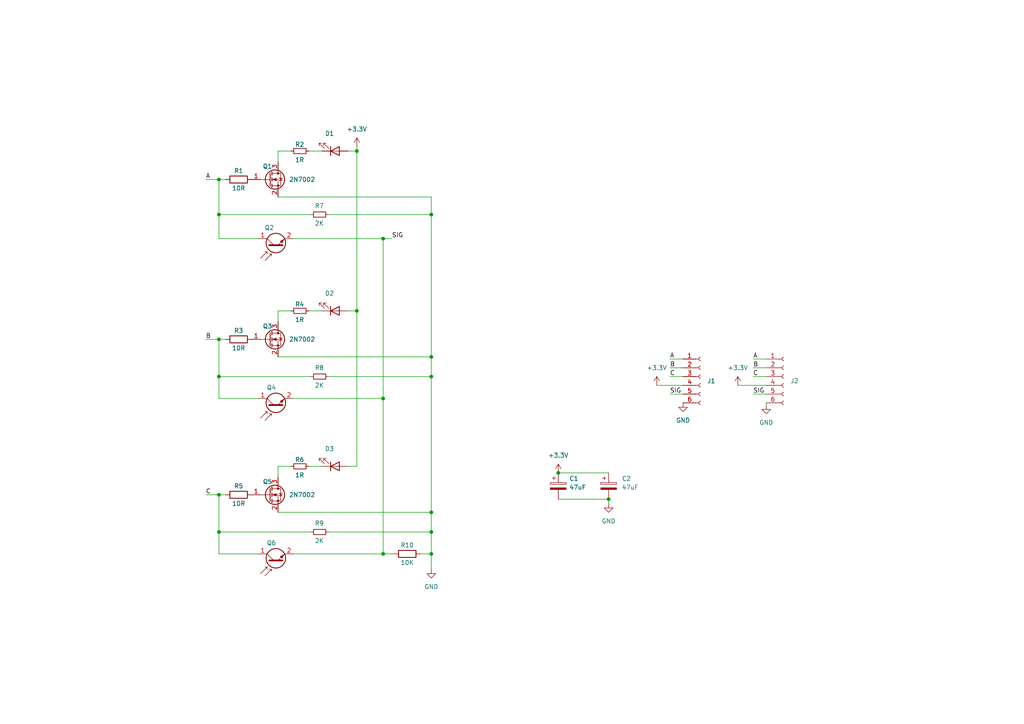
<source format=kicad_sch>
(kicad_sch
	(version 20231120)
	(generator "eeschema")
	(generator_version "8.0")
	(uuid "6b5000b6-4a8d-496a-b864-a8c83d6965fc")
	(paper "A4")
	(lib_symbols
		(symbol "Connector:Conn_01x06_Socket"
			(pin_names
				(offset 1.016) hide)
			(exclude_from_sim no)
			(in_bom yes)
			(on_board yes)
			(property "Reference" "J"
				(at 0 7.62 0)
				(effects
					(font
						(size 1.27 1.27)
					)
				)
			)
			(property "Value" "Conn_01x06_Socket"
				(at 0 -10.16 0)
				(effects
					(font
						(size 1.27 1.27)
					)
				)
			)
			(property "Footprint" ""
				(at 0 0 0)
				(effects
					(font
						(size 1.27 1.27)
					)
					(hide yes)
				)
			)
			(property "Datasheet" "~"
				(at 0 0 0)
				(effects
					(font
						(size 1.27 1.27)
					)
					(hide yes)
				)
			)
			(property "Description" "Generic connector, single row, 01x06, script generated"
				(at 0 0 0)
				(effects
					(font
						(size 1.27 1.27)
					)
					(hide yes)
				)
			)
			(property "ki_locked" ""
				(at 0 0 0)
				(effects
					(font
						(size 1.27 1.27)
					)
				)
			)
			(property "ki_keywords" "connector"
				(at 0 0 0)
				(effects
					(font
						(size 1.27 1.27)
					)
					(hide yes)
				)
			)
			(property "ki_fp_filters" "Connector*:*_1x??_*"
				(at 0 0 0)
				(effects
					(font
						(size 1.27 1.27)
					)
					(hide yes)
				)
			)
			(symbol "Conn_01x06_Socket_1_1"
				(arc
					(start 0 -7.112)
					(mid -0.5058 -7.62)
					(end 0 -8.128)
					(stroke
						(width 0.1524)
						(type default)
					)
					(fill
						(type none)
					)
				)
				(arc
					(start 0 -4.572)
					(mid -0.5058 -5.08)
					(end 0 -5.588)
					(stroke
						(width 0.1524)
						(type default)
					)
					(fill
						(type none)
					)
				)
				(arc
					(start 0 -2.032)
					(mid -0.5058 -2.54)
					(end 0 -3.048)
					(stroke
						(width 0.1524)
						(type default)
					)
					(fill
						(type none)
					)
				)
				(polyline
					(pts
						(xy -1.27 -7.62) (xy -0.508 -7.62)
					)
					(stroke
						(width 0.1524)
						(type default)
					)
					(fill
						(type none)
					)
				)
				(polyline
					(pts
						(xy -1.27 -5.08) (xy -0.508 -5.08)
					)
					(stroke
						(width 0.1524)
						(type default)
					)
					(fill
						(type none)
					)
				)
				(polyline
					(pts
						(xy -1.27 -2.54) (xy -0.508 -2.54)
					)
					(stroke
						(width 0.1524)
						(type default)
					)
					(fill
						(type none)
					)
				)
				(polyline
					(pts
						(xy -1.27 0) (xy -0.508 0)
					)
					(stroke
						(width 0.1524)
						(type default)
					)
					(fill
						(type none)
					)
				)
				(polyline
					(pts
						(xy -1.27 2.54) (xy -0.508 2.54)
					)
					(stroke
						(width 0.1524)
						(type default)
					)
					(fill
						(type none)
					)
				)
				(polyline
					(pts
						(xy -1.27 5.08) (xy -0.508 5.08)
					)
					(stroke
						(width 0.1524)
						(type default)
					)
					(fill
						(type none)
					)
				)
				(arc
					(start 0 0.508)
					(mid -0.5058 0)
					(end 0 -0.508)
					(stroke
						(width 0.1524)
						(type default)
					)
					(fill
						(type none)
					)
				)
				(arc
					(start 0 3.048)
					(mid -0.5058 2.54)
					(end 0 2.032)
					(stroke
						(width 0.1524)
						(type default)
					)
					(fill
						(type none)
					)
				)
				(arc
					(start 0 5.588)
					(mid -0.5058 5.08)
					(end 0 4.572)
					(stroke
						(width 0.1524)
						(type default)
					)
					(fill
						(type none)
					)
				)
				(pin passive line
					(at -5.08 5.08 0)
					(length 3.81)
					(name "Pin_1"
						(effects
							(font
								(size 1.27 1.27)
							)
						)
					)
					(number "1"
						(effects
							(font
								(size 1.27 1.27)
							)
						)
					)
				)
				(pin passive line
					(at -5.08 2.54 0)
					(length 3.81)
					(name "Pin_2"
						(effects
							(font
								(size 1.27 1.27)
							)
						)
					)
					(number "2"
						(effects
							(font
								(size 1.27 1.27)
							)
						)
					)
				)
				(pin passive line
					(at -5.08 0 0)
					(length 3.81)
					(name "Pin_3"
						(effects
							(font
								(size 1.27 1.27)
							)
						)
					)
					(number "3"
						(effects
							(font
								(size 1.27 1.27)
							)
						)
					)
				)
				(pin passive line
					(at -5.08 -2.54 0)
					(length 3.81)
					(name "Pin_4"
						(effects
							(font
								(size 1.27 1.27)
							)
						)
					)
					(number "4"
						(effects
							(font
								(size 1.27 1.27)
							)
						)
					)
				)
				(pin passive line
					(at -5.08 -5.08 0)
					(length 3.81)
					(name "Pin_5"
						(effects
							(font
								(size 1.27 1.27)
							)
						)
					)
					(number "5"
						(effects
							(font
								(size 1.27 1.27)
							)
						)
					)
				)
				(pin passive line
					(at -5.08 -7.62 0)
					(length 3.81)
					(name "Pin_6"
						(effects
							(font
								(size 1.27 1.27)
							)
						)
					)
					(number "6"
						(effects
							(font
								(size 1.27 1.27)
							)
						)
					)
				)
			)
		)
		(symbol "Device:C_Polarized"
			(pin_numbers hide)
			(pin_names
				(offset 0.254)
			)
			(exclude_from_sim no)
			(in_bom yes)
			(on_board yes)
			(property "Reference" "C"
				(at 0.635 2.54 0)
				(effects
					(font
						(size 1.27 1.27)
					)
					(justify left)
				)
			)
			(property "Value" "C_Polarized"
				(at 0.635 -2.54 0)
				(effects
					(font
						(size 1.27 1.27)
					)
					(justify left)
				)
			)
			(property "Footprint" ""
				(at 0.9652 -3.81 0)
				(effects
					(font
						(size 1.27 1.27)
					)
					(hide yes)
				)
			)
			(property "Datasheet" "~"
				(at 0 0 0)
				(effects
					(font
						(size 1.27 1.27)
					)
					(hide yes)
				)
			)
			(property "Description" "Polarized capacitor"
				(at 0 0 0)
				(effects
					(font
						(size 1.27 1.27)
					)
					(hide yes)
				)
			)
			(property "ki_keywords" "cap capacitor"
				(at 0 0 0)
				(effects
					(font
						(size 1.27 1.27)
					)
					(hide yes)
				)
			)
			(property "ki_fp_filters" "CP_*"
				(at 0 0 0)
				(effects
					(font
						(size 1.27 1.27)
					)
					(hide yes)
				)
			)
			(symbol "C_Polarized_0_1"
				(rectangle
					(start -2.286 0.508)
					(end 2.286 1.016)
					(stroke
						(width 0)
						(type default)
					)
					(fill
						(type none)
					)
				)
				(polyline
					(pts
						(xy -1.778 2.286) (xy -0.762 2.286)
					)
					(stroke
						(width 0)
						(type default)
					)
					(fill
						(type none)
					)
				)
				(polyline
					(pts
						(xy -1.27 2.794) (xy -1.27 1.778)
					)
					(stroke
						(width 0)
						(type default)
					)
					(fill
						(type none)
					)
				)
				(rectangle
					(start 2.286 -0.508)
					(end -2.286 -1.016)
					(stroke
						(width 0)
						(type default)
					)
					(fill
						(type outline)
					)
				)
			)
			(symbol "C_Polarized_1_1"
				(pin passive line
					(at 0 3.81 270)
					(length 2.794)
					(name "~"
						(effects
							(font
								(size 1.27 1.27)
							)
						)
					)
					(number "1"
						(effects
							(font
								(size 1.27 1.27)
							)
						)
					)
				)
				(pin passive line
					(at 0 -3.81 90)
					(length 2.794)
					(name "~"
						(effects
							(font
								(size 1.27 1.27)
							)
						)
					)
					(number "2"
						(effects
							(font
								(size 1.27 1.27)
							)
						)
					)
				)
			)
		)
		(symbol "Device:Q_Photo_NPN"
			(pin_names
				(offset 0) hide)
			(exclude_from_sim no)
			(in_bom yes)
			(on_board yes)
			(property "Reference" "Q"
				(at 5.08 1.27 0)
				(effects
					(font
						(size 1.27 1.27)
					)
					(justify left)
				)
			)
			(property "Value" "Q_Photo_NPN"
				(at 5.08 -1.27 0)
				(effects
					(font
						(size 1.27 1.27)
					)
					(justify left)
				)
			)
			(property "Footprint" ""
				(at 5.08 2.54 0)
				(effects
					(font
						(size 1.27 1.27)
					)
					(hide yes)
				)
			)
			(property "Datasheet" "~"
				(at 0 0 0)
				(effects
					(font
						(size 1.27 1.27)
					)
					(hide yes)
				)
			)
			(property "Description" "NPN phototransistor, collector/emitter"
				(at 0 0 0)
				(effects
					(font
						(size 1.27 1.27)
					)
					(hide yes)
				)
			)
			(property "ki_keywords" "phototransistor NPN"
				(at 0 0 0)
				(effects
					(font
						(size 1.27 1.27)
					)
					(hide yes)
				)
			)
			(symbol "Q_Photo_NPN_0_1"
				(polyline
					(pts
						(xy -1.905 1.27) (xy -2.54 1.27)
					)
					(stroke
						(width 0)
						(type default)
					)
					(fill
						(type none)
					)
				)
				(polyline
					(pts
						(xy -1.27 2.54) (xy -1.905 2.54)
					)
					(stroke
						(width 0)
						(type default)
					)
					(fill
						(type none)
					)
				)
				(polyline
					(pts
						(xy 0.635 0.635) (xy 2.54 2.54)
					)
					(stroke
						(width 0)
						(type default)
					)
					(fill
						(type none)
					)
				)
				(polyline
					(pts
						(xy -3.81 3.175) (xy -1.905 1.27) (xy -1.905 1.905)
					)
					(stroke
						(width 0)
						(type default)
					)
					(fill
						(type none)
					)
				)
				(polyline
					(pts
						(xy -3.175 4.445) (xy -1.27 2.54) (xy -1.27 3.175)
					)
					(stroke
						(width 0)
						(type default)
					)
					(fill
						(type none)
					)
				)
				(polyline
					(pts
						(xy 0.635 -0.635) (xy 2.54 -2.54) (xy 2.54 -2.54)
					)
					(stroke
						(width 0)
						(type default)
					)
					(fill
						(type none)
					)
				)
				(polyline
					(pts
						(xy 0.635 1.905) (xy 0.635 -1.905) (xy 0.635 -1.905)
					)
					(stroke
						(width 0.508)
						(type default)
					)
					(fill
						(type none)
					)
				)
				(polyline
					(pts
						(xy 1.27 -1.778) (xy 1.778 -1.27) (xy 2.286 -2.286) (xy 1.27 -1.778) (xy 1.27 -1.778)
					)
					(stroke
						(width 0)
						(type default)
					)
					(fill
						(type outline)
					)
				)
				(circle
					(center 1.27 0)
					(radius 2.8194)
					(stroke
						(width 0.254)
						(type default)
					)
					(fill
						(type none)
					)
				)
			)
			(symbol "Q_Photo_NPN_1_1"
				(pin passive line
					(at 2.54 5.08 270)
					(length 2.54)
					(name "C"
						(effects
							(font
								(size 1.27 1.27)
							)
						)
					)
					(number "1"
						(effects
							(font
								(size 1.27 1.27)
							)
						)
					)
				)
				(pin passive line
					(at 2.54 -5.08 90)
					(length 2.54)
					(name "E"
						(effects
							(font
								(size 1.27 1.27)
							)
						)
					)
					(number "2"
						(effects
							(font
								(size 1.27 1.27)
							)
						)
					)
				)
			)
		)
		(symbol "Device:R"
			(pin_numbers hide)
			(pin_names
				(offset 0)
			)
			(exclude_from_sim no)
			(in_bom yes)
			(on_board yes)
			(property "Reference" "R"
				(at 2.032 0 90)
				(effects
					(font
						(size 1.27 1.27)
					)
				)
			)
			(property "Value" "R"
				(at 0 0 90)
				(effects
					(font
						(size 1.27 1.27)
					)
				)
			)
			(property "Footprint" ""
				(at -1.778 0 90)
				(effects
					(font
						(size 1.27 1.27)
					)
					(hide yes)
				)
			)
			(property "Datasheet" "~"
				(at 0 0 0)
				(effects
					(font
						(size 1.27 1.27)
					)
					(hide yes)
				)
			)
			(property "Description" "Resistor"
				(at 0 0 0)
				(effects
					(font
						(size 1.27 1.27)
					)
					(hide yes)
				)
			)
			(property "ki_keywords" "R res resistor"
				(at 0 0 0)
				(effects
					(font
						(size 1.27 1.27)
					)
					(hide yes)
				)
			)
			(property "ki_fp_filters" "R_*"
				(at 0 0 0)
				(effects
					(font
						(size 1.27 1.27)
					)
					(hide yes)
				)
			)
			(symbol "R_0_1"
				(rectangle
					(start -1.016 -2.54)
					(end 1.016 2.54)
					(stroke
						(width 0.254)
						(type default)
					)
					(fill
						(type none)
					)
				)
			)
			(symbol "R_1_1"
				(pin passive line
					(at 0 3.81 270)
					(length 1.27)
					(name "~"
						(effects
							(font
								(size 1.27 1.27)
							)
						)
					)
					(number "1"
						(effects
							(font
								(size 1.27 1.27)
							)
						)
					)
				)
				(pin passive line
					(at 0 -3.81 90)
					(length 1.27)
					(name "~"
						(effects
							(font
								(size 1.27 1.27)
							)
						)
					)
					(number "2"
						(effects
							(font
								(size 1.27 1.27)
							)
						)
					)
				)
			)
		)
		(symbol "Device:R_Small"
			(pin_numbers hide)
			(pin_names
				(offset 0.254) hide)
			(exclude_from_sim no)
			(in_bom yes)
			(on_board yes)
			(property "Reference" "R"
				(at 0.762 0.508 0)
				(effects
					(font
						(size 1.27 1.27)
					)
					(justify left)
				)
			)
			(property "Value" "R_Small"
				(at 0.762 -1.016 0)
				(effects
					(font
						(size 1.27 1.27)
					)
					(justify left)
				)
			)
			(property "Footprint" ""
				(at 0 0 0)
				(effects
					(font
						(size 1.27 1.27)
					)
					(hide yes)
				)
			)
			(property "Datasheet" "~"
				(at 0 0 0)
				(effects
					(font
						(size 1.27 1.27)
					)
					(hide yes)
				)
			)
			(property "Description" "Resistor, small symbol"
				(at 0 0 0)
				(effects
					(font
						(size 1.27 1.27)
					)
					(hide yes)
				)
			)
			(property "ki_keywords" "R resistor"
				(at 0 0 0)
				(effects
					(font
						(size 1.27 1.27)
					)
					(hide yes)
				)
			)
			(property "ki_fp_filters" "R_*"
				(at 0 0 0)
				(effects
					(font
						(size 1.27 1.27)
					)
					(hide yes)
				)
			)
			(symbol "R_Small_0_1"
				(rectangle
					(start -0.762 1.778)
					(end 0.762 -1.778)
					(stroke
						(width 0.2032)
						(type default)
					)
					(fill
						(type none)
					)
				)
			)
			(symbol "R_Small_1_1"
				(pin passive line
					(at 0 2.54 270)
					(length 0.762)
					(name "~"
						(effects
							(font
								(size 1.27 1.27)
							)
						)
					)
					(number "1"
						(effects
							(font
								(size 1.27 1.27)
							)
						)
					)
				)
				(pin passive line
					(at 0 -2.54 90)
					(length 0.762)
					(name "~"
						(effects
							(font
								(size 1.27 1.27)
							)
						)
					)
					(number "2"
						(effects
							(font
								(size 1.27 1.27)
							)
						)
					)
				)
			)
		)
		(symbol "LED:IR26-21C_L110_TR8"
			(pin_numbers hide)
			(pin_names
				(offset 1.016) hide)
			(exclude_from_sim no)
			(in_bom yes)
			(on_board yes)
			(property "Reference" "D"
				(at 0 2.54 0)
				(effects
					(font
						(size 1.27 1.27)
					)
				)
			)
			(property "Value" "IR26-21C_L110_TR8"
				(at 0 -3.81 0)
				(effects
					(font
						(size 1.27 1.27)
					)
				)
			)
			(property "Footprint" "LED_SMD:LED_1206_3216Metric"
				(at 0 5.08 0)
				(effects
					(font
						(size 1.27 1.27)
					)
					(hide yes)
				)
			)
			(property "Datasheet" "http://www.everlight.com/file/ProductFile/IR26-21C-L110-TR8.pdf"
				(at 0 0 0)
				(effects
					(font
						(size 1.27 1.27)
					)
					(hide yes)
				)
			)
			(property "Description" "940nm, 20 deg, Infrared LED, 1206"
				(at 0 0 0)
				(effects
					(font
						(size 1.27 1.27)
					)
					(hide yes)
				)
			)
			(property "ki_keywords" "IR LED"
				(at 0 0 0)
				(effects
					(font
						(size 1.27 1.27)
					)
					(hide yes)
				)
			)
			(property "ki_fp_filters" "LED*1206*3216Metric*"
				(at 0 0 0)
				(effects
					(font
						(size 1.27 1.27)
					)
					(hide yes)
				)
			)
			(symbol "IR26-21C_L110_TR8_0_1"
				(polyline
					(pts
						(xy -1.27 -1.27) (xy -1.27 1.27)
					)
					(stroke
						(width 0.254)
						(type default)
					)
					(fill
						(type none)
					)
				)
				(polyline
					(pts
						(xy -1.27 0) (xy 1.27 0)
					)
					(stroke
						(width 0)
						(type default)
					)
					(fill
						(type none)
					)
				)
				(polyline
					(pts
						(xy 1.27 -1.27) (xy 1.27 1.27) (xy -1.27 0) (xy 1.27 -1.27)
					)
					(stroke
						(width 0.254)
						(type default)
					)
					(fill
						(type none)
					)
				)
				(polyline
					(pts
						(xy -3.048 -0.762) (xy -4.572 -2.286) (xy -3.81 -2.286) (xy -4.572 -2.286) (xy -4.572 -1.524)
					)
					(stroke
						(width 0)
						(type default)
					)
					(fill
						(type none)
					)
				)
				(polyline
					(pts
						(xy -1.778 -0.762) (xy -3.302 -2.286) (xy -2.54 -2.286) (xy -3.302 -2.286) (xy -3.302 -1.524)
					)
					(stroke
						(width 0)
						(type default)
					)
					(fill
						(type none)
					)
				)
			)
			(symbol "IR26-21C_L110_TR8_1_1"
				(pin passive line
					(at -3.81 0 0)
					(length 2.54)
					(name "K"
						(effects
							(font
								(size 1.27 1.27)
							)
						)
					)
					(number "1"
						(effects
							(font
								(size 1.27 1.27)
							)
						)
					)
				)
				(pin passive line
					(at 3.81 0 180)
					(length 2.54)
					(name "A"
						(effects
							(font
								(size 1.27 1.27)
							)
						)
					)
					(number "2"
						(effects
							(font
								(size 1.27 1.27)
							)
						)
					)
				)
			)
		)
		(symbol "Transistor_FET:AO3400A"
			(pin_names hide)
			(exclude_from_sim no)
			(in_bom yes)
			(on_board yes)
			(property "Reference" "Q"
				(at 5.08 1.905 0)
				(effects
					(font
						(size 1.27 1.27)
					)
					(justify left)
				)
			)
			(property "Value" "AO3400A"
				(at 5.08 0 0)
				(effects
					(font
						(size 1.27 1.27)
					)
					(justify left)
				)
			)
			(property "Footprint" "Package_TO_SOT_SMD:SOT-23"
				(at 5.08 -1.905 0)
				(effects
					(font
						(size 1.27 1.27)
						(italic yes)
					)
					(justify left)
					(hide yes)
				)
			)
			(property "Datasheet" "http://www.aosmd.com/pdfs/datasheet/AO3400A.pdf"
				(at 0 0 0)
				(effects
					(font
						(size 1.27 1.27)
					)
					(justify left)
					(hide yes)
				)
			)
			(property "Description" "30V Vds, 5.7A Id, N-Channel MOSFET, SOT-23"
				(at 0 0 0)
				(effects
					(font
						(size 1.27 1.27)
					)
					(hide yes)
				)
			)
			(property "ki_keywords" "N-Channel MOSFET"
				(at 0 0 0)
				(effects
					(font
						(size 1.27 1.27)
					)
					(hide yes)
				)
			)
			(property "ki_fp_filters" "SOT?23*"
				(at 0 0 0)
				(effects
					(font
						(size 1.27 1.27)
					)
					(hide yes)
				)
			)
			(symbol "AO3400A_0_1"
				(polyline
					(pts
						(xy 0.254 0) (xy -2.54 0)
					)
					(stroke
						(width 0)
						(type default)
					)
					(fill
						(type none)
					)
				)
				(polyline
					(pts
						(xy 0.254 1.905) (xy 0.254 -1.905)
					)
					(stroke
						(width 0.254)
						(type default)
					)
					(fill
						(type none)
					)
				)
				(polyline
					(pts
						(xy 0.762 -1.27) (xy 0.762 -2.286)
					)
					(stroke
						(width 0.254)
						(type default)
					)
					(fill
						(type none)
					)
				)
				(polyline
					(pts
						(xy 0.762 0.508) (xy 0.762 -0.508)
					)
					(stroke
						(width 0.254)
						(type default)
					)
					(fill
						(type none)
					)
				)
				(polyline
					(pts
						(xy 0.762 2.286) (xy 0.762 1.27)
					)
					(stroke
						(width 0.254)
						(type default)
					)
					(fill
						(type none)
					)
				)
				(polyline
					(pts
						(xy 2.54 2.54) (xy 2.54 1.778)
					)
					(stroke
						(width 0)
						(type default)
					)
					(fill
						(type none)
					)
				)
				(polyline
					(pts
						(xy 2.54 -2.54) (xy 2.54 0) (xy 0.762 0)
					)
					(stroke
						(width 0)
						(type default)
					)
					(fill
						(type none)
					)
				)
				(polyline
					(pts
						(xy 0.762 -1.778) (xy 3.302 -1.778) (xy 3.302 1.778) (xy 0.762 1.778)
					)
					(stroke
						(width 0)
						(type default)
					)
					(fill
						(type none)
					)
				)
				(polyline
					(pts
						(xy 1.016 0) (xy 2.032 0.381) (xy 2.032 -0.381) (xy 1.016 0)
					)
					(stroke
						(width 0)
						(type default)
					)
					(fill
						(type outline)
					)
				)
				(polyline
					(pts
						(xy 2.794 0.508) (xy 2.921 0.381) (xy 3.683 0.381) (xy 3.81 0.254)
					)
					(stroke
						(width 0)
						(type default)
					)
					(fill
						(type none)
					)
				)
				(polyline
					(pts
						(xy 3.302 0.381) (xy 2.921 -0.254) (xy 3.683 -0.254) (xy 3.302 0.381)
					)
					(stroke
						(width 0)
						(type default)
					)
					(fill
						(type none)
					)
				)
				(circle
					(center 1.651 0)
					(radius 2.794)
					(stroke
						(width 0.254)
						(type default)
					)
					(fill
						(type none)
					)
				)
				(circle
					(center 2.54 -1.778)
					(radius 0.254)
					(stroke
						(width 0)
						(type default)
					)
					(fill
						(type outline)
					)
				)
				(circle
					(center 2.54 1.778)
					(radius 0.254)
					(stroke
						(width 0)
						(type default)
					)
					(fill
						(type outline)
					)
				)
			)
			(symbol "AO3400A_1_1"
				(pin input line
					(at -5.08 0 0)
					(length 2.54)
					(name "G"
						(effects
							(font
								(size 1.27 1.27)
							)
						)
					)
					(number "1"
						(effects
							(font
								(size 1.27 1.27)
							)
						)
					)
				)
				(pin passive line
					(at 2.54 -5.08 90)
					(length 2.54)
					(name "S"
						(effects
							(font
								(size 1.27 1.27)
							)
						)
					)
					(number "2"
						(effects
							(font
								(size 1.27 1.27)
							)
						)
					)
				)
				(pin passive line
					(at 2.54 5.08 270)
					(length 2.54)
					(name "D"
						(effects
							(font
								(size 1.27 1.27)
							)
						)
					)
					(number "3"
						(effects
							(font
								(size 1.27 1.27)
							)
						)
					)
				)
			)
		)
		(symbol "power:+3.3V"
			(power)
			(pin_numbers hide)
			(pin_names
				(offset 0) hide)
			(exclude_from_sim no)
			(in_bom yes)
			(on_board yes)
			(property "Reference" "#PWR"
				(at 0 -3.81 0)
				(effects
					(font
						(size 1.27 1.27)
					)
					(hide yes)
				)
			)
			(property "Value" "+3.3V"
				(at 0 3.556 0)
				(effects
					(font
						(size 1.27 1.27)
					)
				)
			)
			(property "Footprint" ""
				(at 0 0 0)
				(effects
					(font
						(size 1.27 1.27)
					)
					(hide yes)
				)
			)
			(property "Datasheet" ""
				(at 0 0 0)
				(effects
					(font
						(size 1.27 1.27)
					)
					(hide yes)
				)
			)
			(property "Description" "Power symbol creates a global label with name \"+3.3V\""
				(at 0 0 0)
				(effects
					(font
						(size 1.27 1.27)
					)
					(hide yes)
				)
			)
			(property "ki_keywords" "global power"
				(at 0 0 0)
				(effects
					(font
						(size 1.27 1.27)
					)
					(hide yes)
				)
			)
			(symbol "+3.3V_0_1"
				(polyline
					(pts
						(xy -0.762 1.27) (xy 0 2.54)
					)
					(stroke
						(width 0)
						(type default)
					)
					(fill
						(type none)
					)
				)
				(polyline
					(pts
						(xy 0 0) (xy 0 2.54)
					)
					(stroke
						(width 0)
						(type default)
					)
					(fill
						(type none)
					)
				)
				(polyline
					(pts
						(xy 0 2.54) (xy 0.762 1.27)
					)
					(stroke
						(width 0)
						(type default)
					)
					(fill
						(type none)
					)
				)
			)
			(symbol "+3.3V_1_1"
				(pin power_in line
					(at 0 0 90)
					(length 0)
					(name "~"
						(effects
							(font
								(size 1.27 1.27)
							)
						)
					)
					(number "1"
						(effects
							(font
								(size 1.27 1.27)
							)
						)
					)
				)
			)
		)
		(symbol "power:GND"
			(power)
			(pin_names
				(offset 0)
			)
			(exclude_from_sim no)
			(in_bom yes)
			(on_board yes)
			(property "Reference" "#PWR"
				(at 0 -6.35 0)
				(effects
					(font
						(size 1.27 1.27)
					)
					(hide yes)
				)
			)
			(property "Value" "GND"
				(at 0 -3.81 0)
				(effects
					(font
						(size 1.27 1.27)
					)
				)
			)
			(property "Footprint" ""
				(at 0 0 0)
				(effects
					(font
						(size 1.27 1.27)
					)
					(hide yes)
				)
			)
			(property "Datasheet" ""
				(at 0 0 0)
				(effects
					(font
						(size 1.27 1.27)
					)
					(hide yes)
				)
			)
			(property "Description" "Power symbol creates a global label with name \"GND\" , ground"
				(at 0 0 0)
				(effects
					(font
						(size 1.27 1.27)
					)
					(hide yes)
				)
			)
			(property "ki_keywords" "global power"
				(at 0 0 0)
				(effects
					(font
						(size 1.27 1.27)
					)
					(hide yes)
				)
			)
			(symbol "GND_0_1"
				(polyline
					(pts
						(xy 0 0) (xy 0 -1.27) (xy 1.27 -1.27) (xy 0 -2.54) (xy -1.27 -1.27) (xy 0 -1.27)
					)
					(stroke
						(width 0)
						(type default)
					)
					(fill
						(type none)
					)
				)
			)
			(symbol "GND_1_1"
				(pin power_in line
					(at 0 0 270)
					(length 0) hide
					(name "GND"
						(effects
							(font
								(size 1.27 1.27)
							)
						)
					)
					(number "1"
						(effects
							(font
								(size 1.27 1.27)
							)
						)
					)
				)
			)
		)
	)
	(junction
		(at 63.5 143.51)
		(diameter 0)
		(color 0 0 0 0)
		(uuid "2881541c-91f7-4e33-a2b1-a03835d37b86")
	)
	(junction
		(at 111.125 115.57)
		(diameter 0)
		(color 0 0 0 0)
		(uuid "2ecdafe6-0780-40ca-9b78-e6c5378c470d")
	)
	(junction
		(at 125.095 103.505)
		(diameter 0)
		(color 0 0 0 0)
		(uuid "310ed536-7f48-4e75-aff3-119aeb20820b")
	)
	(junction
		(at 176.53 144.78)
		(diameter 0)
		(color 0 0 0 0)
		(uuid "4aa6c73d-0c70-43cc-b9b7-fce02ed2294e")
	)
	(junction
		(at 125.095 148.59)
		(diameter 0)
		(color 0 0 0 0)
		(uuid "4e17ac5c-7579-4868-a71a-3048531fe004")
	)
	(junction
		(at 125.095 109.22)
		(diameter 0)
		(color 0 0 0 0)
		(uuid "55050d9a-3bea-43c5-aef2-fc955763e058")
	)
	(junction
		(at 63.5 62.23)
		(diameter 0)
		(color 0 0 0 0)
		(uuid "6543120c-76c3-475a-9dff-678e47b4f3d7")
	)
	(junction
		(at 63.5 98.425)
		(diameter 0)
		(color 0 0 0 0)
		(uuid "68cf5ffa-6cd5-43a0-b05a-73d014c16832")
	)
	(junction
		(at 111.125 69.215)
		(diameter 0)
		(color 0 0 0 0)
		(uuid "78bb83ef-1377-4648-b7a0-e4bde7feaf9c")
	)
	(junction
		(at 63.5 52.07)
		(diameter 0)
		(color 0 0 0 0)
		(uuid "95f84096-91fc-4b39-9811-add7b68d84a6")
	)
	(junction
		(at 103.505 90.17)
		(diameter 0)
		(color 0 0 0 0)
		(uuid "9752855c-5583-4756-9b57-7f5334790e32")
	)
	(junction
		(at 111.125 160.655)
		(diameter 0)
		(color 0 0 0 0)
		(uuid "98a50114-d2e5-4aa5-8506-e05d81827a31")
	)
	(junction
		(at 125.095 160.655)
		(diameter 0)
		(color 0 0 0 0)
		(uuid "ade89eef-f60b-434e-a426-61b80e650e13")
	)
	(junction
		(at 161.925 137.16)
		(diameter 0)
		(color 0 0 0 0)
		(uuid "bbae681d-6f69-460a-a681-673cb938cb16")
	)
	(junction
		(at 63.5 154.305)
		(diameter 0)
		(color 0 0 0 0)
		(uuid "bc89cad4-fa76-44eb-98ba-e1b6ed75f51c")
	)
	(junction
		(at 63.5 109.22)
		(diameter 0)
		(color 0 0 0 0)
		(uuid "ea0e4a84-18b7-4053-a4ed-5deebd4f2668")
	)
	(junction
		(at 103.505 43.815)
		(diameter 0)
		(color 0 0 0 0)
		(uuid "f0c0a432-13bc-467e-979b-00c3a5eefcd2")
	)
	(junction
		(at 125.095 154.305)
		(diameter 0)
		(color 0 0 0 0)
		(uuid "f2e77c6e-ed5d-4714-93bb-6686bf85427b")
	)
	(junction
		(at 125.095 62.23)
		(diameter 0)
		(color 0 0 0 0)
		(uuid "f753a291-9bab-485e-b1c1-2c92b7461ac5")
	)
	(wire
		(pts
			(xy 63.5 154.305) (xy 63.5 160.655)
		)
		(stroke
			(width 0)
			(type default)
		)
		(uuid "017d5736-305b-4f14-b29b-12367e43c311")
	)
	(wire
		(pts
			(xy 194.31 109.22) (xy 198.12 109.22)
		)
		(stroke
			(width 0)
			(type default)
		)
		(uuid "080364e9-b394-49f6-969b-8073facae568")
	)
	(wire
		(pts
			(xy 84.455 90.17) (xy 80.645 90.17)
		)
		(stroke
			(width 0)
			(type default)
		)
		(uuid "084156fb-b009-4cbc-b6a8-e88d2dccaf3c")
	)
	(wire
		(pts
			(xy 63.5 62.23) (xy 90.17 62.23)
		)
		(stroke
			(width 0)
			(type default)
		)
		(uuid "0a83799b-d7f4-4f7f-999b-2bfd71a1fddf")
	)
	(wire
		(pts
			(xy 85.09 69.215) (xy 111.125 69.215)
		)
		(stroke
			(width 0)
			(type default)
		)
		(uuid "100f4b08-5f8c-4927-b2c0-b121da69c6fa")
	)
	(wire
		(pts
			(xy 111.125 115.57) (xy 111.125 160.655)
		)
		(stroke
			(width 0)
			(type default)
		)
		(uuid "1453ed59-1584-422a-820c-e7d3d253b4a4")
	)
	(wire
		(pts
			(xy 100.965 135.255) (xy 103.505 135.255)
		)
		(stroke
			(width 0)
			(type default)
		)
		(uuid "15df1d62-d822-4174-b8ed-42dd1771c8b6")
	)
	(wire
		(pts
			(xy 125.095 57.15) (xy 125.095 62.23)
		)
		(stroke
			(width 0)
			(type default)
		)
		(uuid "17fa9e33-8c98-4d3a-89d9-03cb0a5c3b00")
	)
	(wire
		(pts
			(xy 125.095 148.59) (xy 80.645 148.59)
		)
		(stroke
			(width 0)
			(type default)
		)
		(uuid "201497ca-f7d3-45ea-a288-f49fa7b1a9ac")
	)
	(wire
		(pts
			(xy 80.645 57.15) (xy 125.095 57.15)
		)
		(stroke
			(width 0)
			(type default)
		)
		(uuid "21ce3b60-1bf0-4f25-b9f2-3bc1798f6a4b")
	)
	(wire
		(pts
			(xy 100.965 90.17) (xy 103.505 90.17)
		)
		(stroke
			(width 0)
			(type default)
		)
		(uuid "26949ba1-0ddb-4efc-98c1-b6f21fbb27cb")
	)
	(wire
		(pts
			(xy 125.095 103.505) (xy 125.095 109.22)
		)
		(stroke
			(width 0)
			(type default)
		)
		(uuid "274252cc-53b9-43f0-bd2c-4bffd0464a06")
	)
	(wire
		(pts
			(xy 103.505 90.17) (xy 103.505 135.255)
		)
		(stroke
			(width 0)
			(type default)
		)
		(uuid "27666596-3c06-41d3-94ee-1a8fba489544")
	)
	(wire
		(pts
			(xy 95.25 109.22) (xy 125.095 109.22)
		)
		(stroke
			(width 0)
			(type default)
		)
		(uuid "27fbf5b7-7cf7-42fb-9768-b1b557d7c976")
	)
	(wire
		(pts
			(xy 63.5 62.23) (xy 63.5 69.215)
		)
		(stroke
			(width 0)
			(type default)
		)
		(uuid "30bdc27c-4845-4dc5-9c74-2dde46b0c8a4")
	)
	(wire
		(pts
			(xy 111.125 160.655) (xy 85.09 160.655)
		)
		(stroke
			(width 0)
			(type default)
		)
		(uuid "313c3b98-0ce9-4bcf-9c7d-71c3000e5f2e")
	)
	(wire
		(pts
			(xy 100.965 43.815) (xy 103.505 43.815)
		)
		(stroke
			(width 0)
			(type default)
		)
		(uuid "3705bdca-e6f4-4476-814d-f6b23ac24d61")
	)
	(wire
		(pts
			(xy 80.645 90.17) (xy 80.645 93.345)
		)
		(stroke
			(width 0)
			(type default)
		)
		(uuid "3bdfeeb9-54e0-40a3-a783-1e35aa957825")
	)
	(wire
		(pts
			(xy 218.44 104.14) (xy 222.25 104.14)
		)
		(stroke
			(width 0)
			(type default)
		)
		(uuid "3ffd59d4-ac76-4223-bf0e-3002333b4668")
	)
	(wire
		(pts
			(xy 176.53 144.78) (xy 176.53 146.05)
		)
		(stroke
			(width 0)
			(type default)
		)
		(uuid "40e70b93-de92-4aca-b7c8-577d960383a3")
	)
	(wire
		(pts
			(xy 194.31 104.14) (xy 198.12 104.14)
		)
		(stroke
			(width 0)
			(type default)
		)
		(uuid "433c2591-9bc6-46f3-9891-bd80e6b93e5c")
	)
	(wire
		(pts
			(xy 194.31 114.3) (xy 198.12 114.3)
		)
		(stroke
			(width 0)
			(type default)
		)
		(uuid "4409d3fe-f980-4cfb-b83b-04f3edff8ae5")
	)
	(wire
		(pts
			(xy 63.5 109.22) (xy 63.5 115.57)
		)
		(stroke
			(width 0)
			(type default)
		)
		(uuid "47010ff2-af66-4130-9168-eb941a77dbdd")
	)
	(wire
		(pts
			(xy 125.095 160.655) (xy 121.92 160.655)
		)
		(stroke
			(width 0)
			(type default)
		)
		(uuid "4c5d85f6-0bda-497b-9e97-fb52830de4ee")
	)
	(wire
		(pts
			(xy 125.095 154.305) (xy 125.095 160.655)
		)
		(stroke
			(width 0)
			(type default)
		)
		(uuid "4eee8433-1a74-4fa8-9b66-90f96bc747fa")
	)
	(wire
		(pts
			(xy 63.5 115.57) (xy 74.93 115.57)
		)
		(stroke
			(width 0)
			(type default)
		)
		(uuid "549f35b2-c2a9-408f-8be3-a9d4f2aee7d5")
	)
	(wire
		(pts
			(xy 125.095 165.1) (xy 125.095 160.655)
		)
		(stroke
			(width 0)
			(type default)
		)
		(uuid "5573c6ef-570c-4d2f-8e14-61556b446e9a")
	)
	(wire
		(pts
			(xy 63.5 154.305) (xy 90.17 154.305)
		)
		(stroke
			(width 0)
			(type default)
		)
		(uuid "5b25c262-9a23-4737-9407-a3df059b77bb")
	)
	(wire
		(pts
			(xy 111.125 160.655) (xy 114.3 160.655)
		)
		(stroke
			(width 0)
			(type default)
		)
		(uuid "5df6b6cd-9db3-44af-87e0-2e3f66f18336")
	)
	(wire
		(pts
			(xy 111.125 69.215) (xy 111.125 115.57)
		)
		(stroke
			(width 0)
			(type default)
		)
		(uuid "61524b43-86dc-4750-a586-12fb7a5e981d")
	)
	(wire
		(pts
			(xy 213.995 111.76) (xy 222.25 111.76)
		)
		(stroke
			(width 0)
			(type default)
		)
		(uuid "61e19431-be7f-4e9e-9a31-da907d50dbab")
	)
	(wire
		(pts
			(xy 63.5 109.22) (xy 90.17 109.22)
		)
		(stroke
			(width 0)
			(type default)
		)
		(uuid "622c8b9a-9b2f-4eff-b130-0540b82d8fa9")
	)
	(wire
		(pts
			(xy 218.44 109.22) (xy 222.25 109.22)
		)
		(stroke
			(width 0)
			(type default)
		)
		(uuid "647354c4-af7a-4d3b-a6d1-afcf0afd00d5")
	)
	(wire
		(pts
			(xy 63.5 98.425) (xy 63.5 109.22)
		)
		(stroke
			(width 0)
			(type default)
		)
		(uuid "69f4554d-8f6f-4291-908f-7ab023cc729f")
	)
	(wire
		(pts
			(xy 111.125 69.215) (xy 113.665 69.215)
		)
		(stroke
			(width 0)
			(type default)
		)
		(uuid "78a3be26-4cc8-4c5e-bb44-32193f8451d5")
	)
	(wire
		(pts
			(xy 103.505 43.815) (xy 103.505 90.17)
		)
		(stroke
			(width 0)
			(type default)
		)
		(uuid "78ce8259-fe8f-400c-be67-0ce5e70fe2e9")
	)
	(wire
		(pts
			(xy 161.925 144.78) (xy 176.53 144.78)
		)
		(stroke
			(width 0)
			(type default)
		)
		(uuid "7cb6c7a0-1d23-465c-8640-3997b9499bf8")
	)
	(wire
		(pts
			(xy 218.44 114.3) (xy 222.25 114.3)
		)
		(stroke
			(width 0)
			(type default)
		)
		(uuid "8316b4fd-c2be-48f9-b526-f415292bff3b")
	)
	(wire
		(pts
			(xy 80.645 135.255) (xy 80.645 138.43)
		)
		(stroke
			(width 0)
			(type default)
		)
		(uuid "84b22e71-e7a5-4eca-89a3-009152a6a2e9")
	)
	(wire
		(pts
			(xy 218.44 106.68) (xy 222.25 106.68)
		)
		(stroke
			(width 0)
			(type default)
		)
		(uuid "862c509d-9f0a-4d12-a076-9e2c6513c064")
	)
	(wire
		(pts
			(xy 95.25 154.305) (xy 125.095 154.305)
		)
		(stroke
			(width 0)
			(type default)
		)
		(uuid "8efd3029-3940-43f1-807a-ac563f42d100")
	)
	(wire
		(pts
			(xy 93.345 43.815) (xy 89.535 43.815)
		)
		(stroke
			(width 0)
			(type default)
		)
		(uuid "956e3f8d-e27d-459d-885a-37ced65885e1")
	)
	(wire
		(pts
			(xy 125.095 62.23) (xy 125.095 103.505)
		)
		(stroke
			(width 0)
			(type default)
		)
		(uuid "9649d2c6-1601-48f4-bdf6-25658fe6a852")
	)
	(wire
		(pts
			(xy 103.505 43.815) (xy 103.505 42.545)
		)
		(stroke
			(width 0)
			(type default)
		)
		(uuid "9cd51843-e8d8-4df7-a382-d62664251d48")
	)
	(wire
		(pts
			(xy 95.25 62.23) (xy 125.095 62.23)
		)
		(stroke
			(width 0)
			(type default)
		)
		(uuid "a61d4d9b-553b-41b0-aa11-f3c62d93ccd8")
	)
	(wire
		(pts
			(xy 84.455 135.255) (xy 80.645 135.255)
		)
		(stroke
			(width 0)
			(type default)
		)
		(uuid "a6943a4a-9d62-4d03-9a6f-7cfc5a9257d9")
	)
	(wire
		(pts
			(xy 85.09 115.57) (xy 111.125 115.57)
		)
		(stroke
			(width 0)
			(type default)
		)
		(uuid "a6970ba5-fe82-47ab-be9e-1b9e8cb80464")
	)
	(wire
		(pts
			(xy 190.5 111.76) (xy 198.12 111.76)
		)
		(stroke
			(width 0)
			(type default)
		)
		(uuid "a9d2169e-8aed-4821-b64a-0e1713322b12")
	)
	(wire
		(pts
			(xy 125.095 109.22) (xy 125.095 148.59)
		)
		(stroke
			(width 0)
			(type default)
		)
		(uuid "b03dbde3-a0cc-4f6b-86b8-b042dbfc0480")
	)
	(wire
		(pts
			(xy 59.69 52.07) (xy 63.5 52.07)
		)
		(stroke
			(width 0)
			(type default)
		)
		(uuid "b29b2deb-1566-468e-8c79-32b4962194fa")
	)
	(wire
		(pts
			(xy 63.5 98.425) (xy 65.405 98.425)
		)
		(stroke
			(width 0)
			(type default)
		)
		(uuid "b53e1f27-b895-45d0-9204-37a441485203")
	)
	(wire
		(pts
			(xy 63.5 160.655) (xy 74.93 160.655)
		)
		(stroke
			(width 0)
			(type default)
		)
		(uuid "b7d75ffe-7fd5-4460-ba56-5597110603b4")
	)
	(wire
		(pts
			(xy 125.095 148.59) (xy 125.095 154.305)
		)
		(stroke
			(width 0)
			(type default)
		)
		(uuid "be6551ee-6df8-44e1-af0e-e4b504ce6da9")
	)
	(wire
		(pts
			(xy 93.345 135.255) (xy 89.535 135.255)
		)
		(stroke
			(width 0)
			(type default)
		)
		(uuid "bfb101cb-f05b-4988-bd34-28b6e0332e14")
	)
	(wire
		(pts
			(xy 125.095 103.505) (xy 80.645 103.505)
		)
		(stroke
			(width 0)
			(type default)
		)
		(uuid "c984e1c3-dec7-4e25-a122-b0cfa081f950")
	)
	(wire
		(pts
			(xy 63.5 52.07) (xy 65.405 52.07)
		)
		(stroke
			(width 0)
			(type default)
		)
		(uuid "cab88b9e-9941-499d-8fc8-42bff039dc54")
	)
	(wire
		(pts
			(xy 222.25 116.84) (xy 222.25 117.475)
		)
		(stroke
			(width 0)
			(type default)
		)
		(uuid "d3a431f5-fdce-4755-afef-d943f4d1a611")
	)
	(wire
		(pts
			(xy 161.925 137.16) (xy 176.53 137.16)
		)
		(stroke
			(width 0)
			(type default)
		)
		(uuid "d428513a-53ba-4c3f-9125-4d1e96543612")
	)
	(wire
		(pts
			(xy 84.455 43.815) (xy 80.645 43.815)
		)
		(stroke
			(width 0)
			(type default)
		)
		(uuid "dc0ea650-4c30-448f-9223-bfaf8ed1f0cc")
	)
	(wire
		(pts
			(xy 63.5 52.07) (xy 63.5 62.23)
		)
		(stroke
			(width 0)
			(type default)
		)
		(uuid "dc6b2fa2-9d96-4ca0-b6b8-655b36f191f2")
	)
	(wire
		(pts
			(xy 63.5 143.51) (xy 63.5 154.305)
		)
		(stroke
			(width 0)
			(type default)
		)
		(uuid "e39148d9-56b5-4885-9eb5-5f71fdacb53b")
	)
	(wire
		(pts
			(xy 63.5 143.51) (xy 65.405 143.51)
		)
		(stroke
			(width 0)
			(type default)
		)
		(uuid "e40399b3-9466-4b6a-9d94-16d5ffaa890b")
	)
	(wire
		(pts
			(xy 63.5 69.215) (xy 74.93 69.215)
		)
		(stroke
			(width 0)
			(type default)
		)
		(uuid "ef32005a-5b4d-4294-a9fb-87094e00e14c")
	)
	(wire
		(pts
			(xy 194.31 106.68) (xy 198.12 106.68)
		)
		(stroke
			(width 0)
			(type default)
		)
		(uuid "ef5cad45-b211-4df4-91f7-5874a9ff2df0")
	)
	(wire
		(pts
			(xy 59.69 143.51) (xy 63.5 143.51)
		)
		(stroke
			(width 0)
			(type default)
		)
		(uuid "f2423bac-7088-44f8-8d70-3b5afb33fda5")
	)
	(wire
		(pts
			(xy 80.645 43.815) (xy 80.645 46.99)
		)
		(stroke
			(width 0)
			(type default)
		)
		(uuid "f5ead89c-753e-4618-9101-1f0c1148a7d1")
	)
	(wire
		(pts
			(xy 59.69 98.425) (xy 63.5 98.425)
		)
		(stroke
			(width 0)
			(type default)
		)
		(uuid "f6c59ebd-8a45-4ad1-a0f7-02f6f6ba56ca")
	)
	(wire
		(pts
			(xy 93.345 90.17) (xy 89.535 90.17)
		)
		(stroke
			(width 0)
			(type default)
		)
		(uuid "f8b9b044-0934-4555-b49b-6a9fda8ccdf9")
	)
	(label "B"
		(at 194.31 106.68 0)
		(fields_autoplaced yes)
		(effects
			(font
				(size 1.27 1.27)
			)
			(justify left bottom)
		)
		(uuid "0ae82030-fd89-407b-bae3-aeb9a8a236fb")
	)
	(label "C"
		(at 59.69 143.51 0)
		(fields_autoplaced yes)
		(effects
			(font
				(size 1.27 1.27)
			)
			(justify left bottom)
		)
		(uuid "2cf88f9a-8140-4f82-a84b-c7cfee6ac138")
	)
	(label "A"
		(at 194.31 104.14 0)
		(fields_autoplaced yes)
		(effects
			(font
				(size 1.27 1.27)
			)
			(justify left bottom)
		)
		(uuid "33828bbb-a1ac-438b-8f72-009e9c306897")
	)
	(label "SIG"
		(at 113.665 69.215 0)
		(fields_autoplaced yes)
		(effects
			(font
				(size 1.27 1.27)
			)
			(justify left bottom)
		)
		(uuid "4bb03afa-8f7c-42dc-b5a2-f220a4250eff")
	)
	(label "C"
		(at 218.44 109.22 0)
		(fields_autoplaced yes)
		(effects
			(font
				(size 1.27 1.27)
			)
			(justify left bottom)
		)
		(uuid "605094ce-3ee1-4aec-9008-2e25ec243394")
	)
	(label "A"
		(at 59.69 52.07 0)
		(fields_autoplaced yes)
		(effects
			(font
				(size 1.27 1.27)
			)
			(justify left bottom)
		)
		(uuid "69894844-f826-49b0-9972-dce06189980b")
	)
	(label "SIG"
		(at 194.31 114.3 0)
		(fields_autoplaced yes)
		(effects
			(font
				(size 1.27 1.27)
			)
			(justify left bottom)
		)
		(uuid "6a912698-9e83-4258-9fec-20814c83ebdc")
	)
	(label "C"
		(at 194.31 109.22 0)
		(fields_autoplaced yes)
		(effects
			(font
				(size 1.27 1.27)
			)
			(justify left bottom)
		)
		(uuid "7bfacfff-ff91-405c-ab71-4d5f56fba4fc")
	)
	(label "B"
		(at 218.44 106.68 0)
		(fields_autoplaced yes)
		(effects
			(font
				(size 1.27 1.27)
			)
			(justify left bottom)
		)
		(uuid "8996c659-027e-4579-8fca-1b12da01052b")
	)
	(label "SIG"
		(at 218.44 114.3 0)
		(fields_autoplaced yes)
		(effects
			(font
				(size 1.27 1.27)
			)
			(justify left bottom)
		)
		(uuid "b0d0cae6-f7f5-4ce5-8ac8-2d278c226aca")
	)
	(label "A"
		(at 218.44 104.14 0)
		(fields_autoplaced yes)
		(effects
			(font
				(size 1.27 1.27)
			)
			(justify left bottom)
		)
		(uuid "b856fa93-6abc-4253-b02c-f47ca3370888")
	)
	(label "B"
		(at 59.69 98.425 0)
		(fields_autoplaced yes)
		(effects
			(font
				(size 1.27 1.27)
			)
			(justify left bottom)
		)
		(uuid "d66b7402-b314-44bd-993f-a71897f9b4f3")
	)
	(symbol
		(lib_id "Device:R")
		(at 69.215 143.51 90)
		(unit 1)
		(exclude_from_sim no)
		(in_bom yes)
		(on_board yes)
		(dnp no)
		(uuid "04ce05b5-4f6f-434b-8193-f374ff7aab82")
		(property "Reference" "R5"
			(at 69.215 140.97 90)
			(effects
				(font
					(size 1.27 1.27)
				)
			)
		)
		(property "Value" "10R"
			(at 69.215 146.05 90)
			(effects
				(font
					(size 1.27 1.27)
				)
			)
		)
		(property "Footprint" "Resistor_SMD:R_0603_1608Metric_Pad0.98x0.95mm_HandSolder"
			(at 69.215 145.288 90)
			(effects
				(font
					(size 1.27 1.27)
				)
				(hide yes)
			)
		)
		(property "Datasheet" "~"
			(at 69.215 143.51 0)
			(effects
				(font
					(size 1.27 1.27)
				)
				(hide yes)
			)
		)
		(property "Description" ""
			(at 69.215 143.51 0)
			(effects
				(font
					(size 1.27 1.27)
				)
				(hide yes)
			)
		)
		(pin "1"
			(uuid "1422cf09-7463-48a3-b12f-3a1101607fee")
		)
		(pin "2"
			(uuid "3eb69c3d-46a0-4fa0-825a-cbaf781dde40")
		)
		(instances
			(project "chu_air"
				(path "/6b5000b6-4a8d-496a-b864-a8c83d6965fc"
					(reference "R5")
					(unit 1)
				)
			)
		)
	)
	(symbol
		(lib_id "LED:IR26-21C_L110_TR8")
		(at 97.155 90.17 0)
		(mirror x)
		(unit 1)
		(exclude_from_sim no)
		(in_bom yes)
		(on_board yes)
		(dnp no)
		(uuid "183782b4-88fa-4a7d-9c76-f5d536209ef7")
		(property "Reference" "D2"
			(at 95.5675 85.09 0)
			(effects
				(font
					(size 1.27 1.27)
				)
			)
		)
		(property "Value" "IR26-21C_L110_TR8"
			(at 95.5675 93.345 0)
			(effects
				(font
					(size 1.27 1.27)
				)
				(hide yes)
			)
		)
		(property "Footprint" "LED_THT:LED_D5.0mm_IRGrey"
			(at 97.155 95.25 0)
			(effects
				(font
					(size 1.27 1.27)
				)
				(hide yes)
			)
		)
		(property "Datasheet" "http://www.everlight.com/file/ProductFile/IR26-21C-L110-TR8.pdf"
			(at 97.155 90.17 0)
			(effects
				(font
					(size 1.27 1.27)
				)
				(hide yes)
			)
		)
		(property "Description" ""
			(at 97.155 90.17 0)
			(effects
				(font
					(size 1.27 1.27)
				)
				(hide yes)
			)
		)
		(pin "1"
			(uuid "d2a9bca2-e559-4c08-b8ee-46312a57b6be")
		)
		(pin "2"
			(uuid "cbafb454-9089-4ef1-b752-3124b348481e")
		)
		(instances
			(project "chu_air"
				(path "/6b5000b6-4a8d-496a-b864-a8c83d6965fc"
					(reference "D2")
					(unit 1)
				)
			)
		)
	)
	(symbol
		(lib_id "power:+3.3V")
		(at 190.5 111.76 0)
		(unit 1)
		(exclude_from_sim no)
		(in_bom yes)
		(on_board yes)
		(dnp no)
		(fields_autoplaced yes)
		(uuid "1a29e09d-214d-4923-98a0-c216925c4af2")
		(property "Reference" "#PWR03"
			(at 190.5 115.57 0)
			(effects
				(font
					(size 1.27 1.27)
				)
				(hide yes)
			)
		)
		(property "Value" "+3.3V"
			(at 190.5 106.68 0)
			(effects
				(font
					(size 1.27 1.27)
				)
			)
		)
		(property "Footprint" ""
			(at 190.5 111.76 0)
			(effects
				(font
					(size 1.27 1.27)
				)
				(hide yes)
			)
		)
		(property "Datasheet" ""
			(at 190.5 111.76 0)
			(effects
				(font
					(size 1.27 1.27)
				)
				(hide yes)
			)
		)
		(property "Description" "Power symbol creates a global label with name \"+3.3V\""
			(at 190.5 111.76 0)
			(effects
				(font
					(size 1.27 1.27)
				)
				(hide yes)
			)
		)
		(pin "1"
			(uuid "08bd92f8-3b8b-4733-a398-a0978b0fba5d")
		)
		(instances
			(project ""
				(path "/6b5000b6-4a8d-496a-b864-a8c83d6965fc"
					(reference "#PWR03")
					(unit 1)
				)
			)
		)
	)
	(symbol
		(lib_id "power:GND")
		(at 176.53 146.05 0)
		(unit 1)
		(exclude_from_sim no)
		(in_bom yes)
		(on_board yes)
		(dnp no)
		(fields_autoplaced yes)
		(uuid "1b5cc377-e250-4743-96c0-8b8d911271f1")
		(property "Reference" "#PWR07"
			(at 176.53 152.4 0)
			(effects
				(font
					(size 1.27 1.27)
				)
				(hide yes)
			)
		)
		(property "Value" "GND"
			(at 176.53 151.13 0)
			(effects
				(font
					(size 1.27 1.27)
				)
			)
		)
		(property "Footprint" ""
			(at 176.53 146.05 0)
			(effects
				(font
					(size 1.27 1.27)
				)
				(hide yes)
			)
		)
		(property "Datasheet" ""
			(at 176.53 146.05 0)
			(effects
				(font
					(size 1.27 1.27)
				)
				(hide yes)
			)
		)
		(property "Description" ""
			(at 176.53 146.05 0)
			(effects
				(font
					(size 1.27 1.27)
				)
				(hide yes)
			)
		)
		(pin "1"
			(uuid "b04b8f10-bb4e-4c49-8dd4-baf468ecf25b")
		)
		(instances
			(project "chu_air"
				(path "/6b5000b6-4a8d-496a-b864-a8c83d6965fc"
					(reference "#PWR07")
					(unit 1)
				)
			)
		)
	)
	(symbol
		(lib_id "Device:Q_Photo_NPN")
		(at 80.01 163.195 90)
		(unit 1)
		(exclude_from_sim no)
		(in_bom yes)
		(on_board yes)
		(dnp no)
		(uuid "208e1eeb-6ed3-4c7b-84f4-f848dc6d396a")
		(property "Reference" "Q6"
			(at 78.74 157.48 90)
			(effects
				(font
					(size 1.27 1.27)
				)
			)
		)
		(property "Value" "Q_Photo_NPN"
			(at 79.2607 156.21 90)
			(effects
				(font
					(size 1.27 1.27)
				)
				(hide yes)
			)
		)
		(property "Footprint" "LED_THT:LED_D5.0mm_IRBlack"
			(at 77.47 158.115 0)
			(effects
				(font
					(size 1.27 1.27)
				)
				(hide yes)
			)
		)
		(property "Datasheet" "~"
			(at 80.01 163.195 0)
			(effects
				(font
					(size 1.27 1.27)
				)
				(hide yes)
			)
		)
		(property "Description" ""
			(at 80.01 163.195 0)
			(effects
				(font
					(size 1.27 1.27)
				)
				(hide yes)
			)
		)
		(pin "1"
			(uuid "1e6b243f-79f8-4060-9694-9d4937aaa230")
		)
		(pin "2"
			(uuid "3bf7c12a-1b10-47df-9866-2d41a0741550")
		)
		(instances
			(project "chu_air"
				(path "/6b5000b6-4a8d-496a-b864-a8c83d6965fc"
					(reference "Q6")
					(unit 1)
				)
			)
		)
	)
	(symbol
		(lib_id "Connector:Conn_01x06_Socket")
		(at 203.2 109.22 0)
		(unit 1)
		(exclude_from_sim no)
		(in_bom yes)
		(on_board yes)
		(dnp no)
		(fields_autoplaced yes)
		(uuid "23cb4b50-4993-40df-b019-ed8e00a69221")
		(property "Reference" "J1"
			(at 205.105 110.49 0)
			(effects
				(font
					(size 1.27 1.27)
				)
				(justify left)
			)
		)
		(property "Value" "Conn_01x06_Socket"
			(at 205.105 111.76 0)
			(effects
				(font
					(size 1.27 1.27)
				)
				(justify left)
				(hide yes)
			)
		)
		(property "Footprint" "chu_air:6P_Air_Conn"
			(at 203.2 109.22 0)
			(effects
				(font
					(size 1.27 1.27)
				)
				(hide yes)
			)
		)
		(property "Datasheet" "~"
			(at 203.2 109.22 0)
			(effects
				(font
					(size 1.27 1.27)
				)
				(hide yes)
			)
		)
		(property "Description" ""
			(at 203.2 109.22 0)
			(effects
				(font
					(size 1.27 1.27)
				)
				(hide yes)
			)
		)
		(pin "1"
			(uuid "4fdf223e-a320-493a-affc-975fea9234b8")
		)
		(pin "2"
			(uuid "db32005b-2d45-433f-ae7e-0c39894ad9a6")
		)
		(pin "3"
			(uuid "c98d804c-6b96-48c6-9db2-5d71e6fdbf30")
		)
		(pin "4"
			(uuid "a1c62453-166a-4728-b435-33e03873355c")
		)
		(pin "5"
			(uuid "e66b6381-b9da-4abd-8832-9f5b3d06528f")
		)
		(pin "6"
			(uuid "66331e51-264e-4f70-b26a-491900cb52d8")
		)
		(instances
			(project "chu_air"
				(path "/6b5000b6-4a8d-496a-b864-a8c83d6965fc"
					(reference "J1")
					(unit 1)
				)
			)
		)
	)
	(symbol
		(lib_id "power:GND")
		(at 222.25 117.475 0)
		(unit 1)
		(exclude_from_sim no)
		(in_bom yes)
		(on_board yes)
		(dnp no)
		(fields_autoplaced yes)
		(uuid "2b075593-b819-4f6f-9be1-7b2f98d38f41")
		(property "Reference" "#PWR010"
			(at 222.25 123.825 0)
			(effects
				(font
					(size 1.27 1.27)
				)
				(hide yes)
			)
		)
		(property "Value" "GND"
			(at 222.25 122.555 0)
			(effects
				(font
					(size 1.27 1.27)
				)
			)
		)
		(property "Footprint" ""
			(at 222.25 117.475 0)
			(effects
				(font
					(size 1.27 1.27)
				)
				(hide yes)
			)
		)
		(property "Datasheet" ""
			(at 222.25 117.475 0)
			(effects
				(font
					(size 1.27 1.27)
				)
				(hide yes)
			)
		)
		(property "Description" ""
			(at 222.25 117.475 0)
			(effects
				(font
					(size 1.27 1.27)
				)
				(hide yes)
			)
		)
		(pin "1"
			(uuid "8554111b-0801-43cf-b137-7f7ec282d4bf")
		)
		(instances
			(project "chu_air"
				(path "/6b5000b6-4a8d-496a-b864-a8c83d6965fc"
					(reference "#PWR010")
					(unit 1)
				)
			)
		)
	)
	(symbol
		(lib_id "Transistor_FET:AO3400A")
		(at 78.105 98.425 0)
		(unit 1)
		(exclude_from_sim no)
		(in_bom yes)
		(on_board yes)
		(dnp no)
		(uuid "2d1de269-9ac5-4c83-82b4-db16f1704f00")
		(property "Reference" "Q3"
			(at 76.2 94.615 0)
			(effects
				(font
					(size 1.27 1.27)
				)
				(justify left)
			)
		)
		(property "Value" "2N7002"
			(at 83.82 98.425 0)
			(effects
				(font
					(size 1.27 1.27)
				)
				(justify left)
			)
		)
		(property "Footprint" "Package_TO_SOT_SMD:SOT-23"
			(at 83.185 100.33 0)
			(effects
				(font
					(size 1.27 1.27)
					(italic yes)
				)
				(justify left)
				(hide yes)
			)
		)
		(property "Datasheet" "http://www.aosmd.com/pdfs/datasheet/AO3400A.pdf"
			(at 78.105 98.425 0)
			(effects
				(font
					(size 1.27 1.27)
				)
				(justify left)
				(hide yes)
			)
		)
		(property "Description" ""
			(at 78.105 98.425 0)
			(effects
				(font
					(size 1.27 1.27)
				)
				(hide yes)
			)
		)
		(pin "1"
			(uuid "64fd37d0-95cd-4b2f-8846-b0184ba1df85")
		)
		(pin "2"
			(uuid "66ac4419-f210-4107-a39a-6514f9ca31d3")
		)
		(pin "3"
			(uuid "602b8b38-dc22-49f0-bd3e-56b8d328fe85")
		)
		(instances
			(project "chu_air"
				(path "/6b5000b6-4a8d-496a-b864-a8c83d6965fc"
					(reference "Q3")
					(unit 1)
				)
			)
		)
	)
	(symbol
		(lib_id "Device:C_Polarized")
		(at 161.925 140.97 0)
		(unit 1)
		(exclude_from_sim no)
		(in_bom yes)
		(on_board yes)
		(dnp no)
		(fields_autoplaced yes)
		(uuid "34a3c652-fe5b-43c5-8a2b-9f77a590f91e")
		(property "Reference" "C1"
			(at 165.1 138.8109 0)
			(effects
				(font
					(size 1.27 1.27)
				)
				(justify left)
			)
		)
		(property "Value" "47uF"
			(at 165.1 141.3509 0)
			(effects
				(font
					(size 1.27 1.27)
				)
				(justify left)
			)
		)
		(property "Footprint" "Capacitor_SMD:CP_Elec_5x5.9"
			(at 162.8902 144.78 0)
			(effects
				(font
					(size 1.27 1.27)
				)
				(hide yes)
			)
		)
		(property "Datasheet" "~"
			(at 161.925 140.97 0)
			(effects
				(font
					(size 1.27 1.27)
				)
				(hide yes)
			)
		)
		(property "Description" "Polarized capacitor"
			(at 161.925 140.97 0)
			(effects
				(font
					(size 1.27 1.27)
				)
				(hide yes)
			)
		)
		(pin "2"
			(uuid "828d7af6-8483-469e-b7d4-7c0965b4d4d3")
		)
		(pin "1"
			(uuid "82c02612-82ba-4ccb-9e54-c590081afad6")
		)
		(instances
			(project ""
				(path "/6b5000b6-4a8d-496a-b864-a8c83d6965fc"
					(reference "C1")
					(unit 1)
				)
			)
		)
	)
	(symbol
		(lib_id "power:+3.3V")
		(at 103.505 42.545 0)
		(unit 1)
		(exclude_from_sim no)
		(in_bom yes)
		(on_board yes)
		(dnp no)
		(fields_autoplaced yes)
		(uuid "3553efe2-86b0-4fa1-b679-e5b66b107e4b")
		(property "Reference" "#PWR05"
			(at 103.505 46.355 0)
			(effects
				(font
					(size 1.27 1.27)
				)
				(hide yes)
			)
		)
		(property "Value" "+3.3V"
			(at 103.505 37.465 0)
			(effects
				(font
					(size 1.27 1.27)
				)
			)
		)
		(property "Footprint" ""
			(at 103.505 42.545 0)
			(effects
				(font
					(size 1.27 1.27)
				)
				(hide yes)
			)
		)
		(property "Datasheet" ""
			(at 103.505 42.545 0)
			(effects
				(font
					(size 1.27 1.27)
				)
				(hide yes)
			)
		)
		(property "Description" "Power symbol creates a global label with name \"+3.3V\""
			(at 103.505 42.545 0)
			(effects
				(font
					(size 1.27 1.27)
				)
				(hide yes)
			)
		)
		(pin "1"
			(uuid "d7845585-62c6-409e-9497-a59cd0189b51")
		)
		(instances
			(project "chu_air"
				(path "/6b5000b6-4a8d-496a-b864-a8c83d6965fc"
					(reference "#PWR05")
					(unit 1)
				)
			)
		)
	)
	(symbol
		(lib_id "Connector:Conn_01x06_Socket")
		(at 227.33 109.22 0)
		(unit 1)
		(exclude_from_sim no)
		(in_bom yes)
		(on_board yes)
		(dnp no)
		(fields_autoplaced yes)
		(uuid "38e1ee42-abfa-4de6-8aaf-03ff7d94278a")
		(property "Reference" "J2"
			(at 229.235 110.49 0)
			(effects
				(font
					(size 1.27 1.27)
				)
				(justify left)
			)
		)
		(property "Value" "Conn_01x06_Socket"
			(at 229.235 111.76 0)
			(effects
				(font
					(size 1.27 1.27)
				)
				(justify left)
				(hide yes)
			)
		)
		(property "Footprint" "chu_air:6P_Air_Conn"
			(at 227.33 109.22 0)
			(effects
				(font
					(size 1.27 1.27)
				)
				(hide yes)
			)
		)
		(property "Datasheet" "~"
			(at 227.33 109.22 0)
			(effects
				(font
					(size 1.27 1.27)
				)
				(hide yes)
			)
		)
		(property "Description" ""
			(at 227.33 109.22 0)
			(effects
				(font
					(size 1.27 1.27)
				)
				(hide yes)
			)
		)
		(pin "1"
			(uuid "1a78d456-f119-4189-9208-14f3e0317ddf")
		)
		(pin "2"
			(uuid "930d90e0-b910-4824-964c-0e3a1455d3e2")
		)
		(pin "3"
			(uuid "2f02b9fc-01d8-4995-9a54-af243e495bdf")
		)
		(pin "4"
			(uuid "5be561da-f064-4c5f-ae73-ea58a606b8e0")
		)
		(pin "5"
			(uuid "bdad8df3-2dec-4a41-8039-2aeb904bb0f9")
		)
		(pin "6"
			(uuid "8651cf5d-d6e0-436c-94c7-d7cec9933c22")
		)
		(instances
			(project "chu_air"
				(path "/6b5000b6-4a8d-496a-b864-a8c83d6965fc"
					(reference "J2")
					(unit 1)
				)
			)
		)
	)
	(symbol
		(lib_id "Device:R")
		(at 118.11 160.655 90)
		(unit 1)
		(exclude_from_sim no)
		(in_bom yes)
		(on_board yes)
		(dnp no)
		(uuid "3972d2e3-d3fc-4bf3-91cb-e2f7c042eebc")
		(property "Reference" "R10"
			(at 118.11 158.115 90)
			(effects
				(font
					(size 1.27 1.27)
				)
			)
		)
		(property "Value" "10K"
			(at 118.11 163.195 90)
			(effects
				(font
					(size 1.27 1.27)
				)
			)
		)
		(property "Footprint" "Resistor_SMD:R_0603_1608Metric_Pad0.98x0.95mm_HandSolder"
			(at 118.11 162.433 90)
			(effects
				(font
					(size 1.27 1.27)
				)
				(hide yes)
			)
		)
		(property "Datasheet" "~"
			(at 118.11 160.655 0)
			(effects
				(font
					(size 1.27 1.27)
				)
				(hide yes)
			)
		)
		(property "Description" ""
			(at 118.11 160.655 0)
			(effects
				(font
					(size 1.27 1.27)
				)
				(hide yes)
			)
		)
		(pin "1"
			(uuid "52bb51f6-1edd-4f3f-bac8-39631bc86de2")
		)
		(pin "2"
			(uuid "a65f7962-26cd-4350-9678-d423773331ec")
		)
		(instances
			(project "chu_air"
				(path "/6b5000b6-4a8d-496a-b864-a8c83d6965fc"
					(reference "R10")
					(unit 1)
				)
			)
		)
	)
	(symbol
		(lib_id "Device:R")
		(at 69.215 98.425 90)
		(unit 1)
		(exclude_from_sim no)
		(in_bom yes)
		(on_board yes)
		(dnp no)
		(uuid "48ddda97-34e2-4741-9a1a-e1f61ec735a8")
		(property "Reference" "R3"
			(at 69.215 95.885 90)
			(effects
				(font
					(size 1.27 1.27)
				)
			)
		)
		(property "Value" "10R"
			(at 69.215 100.965 90)
			(effects
				(font
					(size 1.27 1.27)
				)
			)
		)
		(property "Footprint" "Resistor_SMD:R_0603_1608Metric_Pad0.98x0.95mm_HandSolder"
			(at 69.215 100.203 90)
			(effects
				(font
					(size 1.27 1.27)
				)
				(hide yes)
			)
		)
		(property "Datasheet" "~"
			(at 69.215 98.425 0)
			(effects
				(font
					(size 1.27 1.27)
				)
				(hide yes)
			)
		)
		(property "Description" ""
			(at 69.215 98.425 0)
			(effects
				(font
					(size 1.27 1.27)
				)
				(hide yes)
			)
		)
		(pin "1"
			(uuid "b01a1cea-1ff9-44fe-a8be-e71f1233e7bd")
		)
		(pin "2"
			(uuid "d833b8aa-5f13-4e2c-bc9c-8e9e45499ddd")
		)
		(instances
			(project "chu_air"
				(path "/6b5000b6-4a8d-496a-b864-a8c83d6965fc"
					(reference "R3")
					(unit 1)
				)
			)
		)
	)
	(symbol
		(lib_id "Device:R")
		(at 69.215 52.07 90)
		(unit 1)
		(exclude_from_sim no)
		(in_bom yes)
		(on_board yes)
		(dnp no)
		(uuid "49e53931-7da0-4a25-a9e5-0d55554add3c")
		(property "Reference" "R1"
			(at 69.215 49.53 90)
			(effects
				(font
					(size 1.27 1.27)
				)
			)
		)
		(property "Value" "10R"
			(at 69.215 54.61 90)
			(effects
				(font
					(size 1.27 1.27)
				)
			)
		)
		(property "Footprint" "Resistor_SMD:R_0603_1608Metric_Pad0.98x0.95mm_HandSolder"
			(at 69.215 53.848 90)
			(effects
				(font
					(size 1.27 1.27)
				)
				(hide yes)
			)
		)
		(property "Datasheet" "~"
			(at 69.215 52.07 0)
			(effects
				(font
					(size 1.27 1.27)
				)
				(hide yes)
			)
		)
		(property "Description" ""
			(at 69.215 52.07 0)
			(effects
				(font
					(size 1.27 1.27)
				)
				(hide yes)
			)
		)
		(pin "1"
			(uuid "96fe0276-ab6e-4b23-815b-5b51a44d8b35")
		)
		(pin "2"
			(uuid "52d791ff-8a93-44b8-a75a-edbfc3c47cb7")
		)
		(instances
			(project "chu_air"
				(path "/6b5000b6-4a8d-496a-b864-a8c83d6965fc"
					(reference "R1")
					(unit 1)
				)
			)
		)
	)
	(symbol
		(lib_id "Device:Q_Photo_NPN")
		(at 80.01 71.755 90)
		(unit 1)
		(exclude_from_sim no)
		(in_bom yes)
		(on_board yes)
		(dnp no)
		(uuid "4ad6f003-258d-4f9f-8e5e-cad297bb7756")
		(property "Reference" "Q2"
			(at 78.105 66.04 90)
			(effects
				(font
					(size 1.27 1.27)
				)
			)
		)
		(property "Value" "Q_Photo_NPN"
			(at 79.2607 64.77 90)
			(effects
				(font
					(size 1.27 1.27)
				)
				(hide yes)
			)
		)
		(property "Footprint" "LED_THT:LED_D5.0mm_IRBlack"
			(at 77.47 66.675 0)
			(effects
				(font
					(size 1.27 1.27)
				)
				(hide yes)
			)
		)
		(property "Datasheet" "~"
			(at 80.01 71.755 0)
			(effects
				(font
					(size 1.27 1.27)
				)
				(hide yes)
			)
		)
		(property "Description" ""
			(at 80.01 71.755 0)
			(effects
				(font
					(size 1.27 1.27)
				)
				(hide yes)
			)
		)
		(pin "1"
			(uuid "f9688f85-a34d-49dc-84f0-3b1b3e769b32")
		)
		(pin "2"
			(uuid "aaca409e-87fc-4bb3-90b4-12950aafc36a")
		)
		(instances
			(project "chu_air"
				(path "/6b5000b6-4a8d-496a-b864-a8c83d6965fc"
					(reference "Q2")
					(unit 1)
				)
			)
		)
	)
	(symbol
		(lib_id "Device:R_Small")
		(at 92.71 109.22 90)
		(unit 1)
		(exclude_from_sim no)
		(in_bom yes)
		(on_board yes)
		(dnp no)
		(uuid "4ec7f168-880d-48de-b43f-944898cb04d0")
		(property "Reference" "R8"
			(at 93.98 106.68 90)
			(effects
				(font
					(size 1.27 1.27)
				)
				(justify left)
			)
		)
		(property "Value" "2K"
			(at 93.98 111.76 90)
			(effects
				(font
					(size 1.27 1.27)
				)
				(justify left)
			)
		)
		(property "Footprint" "Resistor_SMD:R_0603_1608Metric_Pad0.98x0.95mm_HandSolder"
			(at 92.71 109.22 0)
			(effects
				(font
					(size 1.27 1.27)
				)
				(hide yes)
			)
		)
		(property "Datasheet" "~"
			(at 92.71 109.22 0)
			(effects
				(font
					(size 1.27 1.27)
				)
				(hide yes)
			)
		)
		(property "Description" ""
			(at 92.71 109.22 0)
			(effects
				(font
					(size 1.27 1.27)
				)
				(hide yes)
			)
		)
		(property "LCSC" "C22962"
			(at 92.71 109.22 0)
			(effects
				(font
					(size 1.27 1.27)
				)
				(hide yes)
			)
		)
		(pin "1"
			(uuid "959674ff-1c9f-4245-8c97-bfe0d294f2e0")
		)
		(pin "2"
			(uuid "0a3c9dfb-116b-411f-970f-27ed1cbf8cb8")
		)
		(instances
			(project "chu_air"
				(path "/6b5000b6-4a8d-496a-b864-a8c83d6965fc"
					(reference "R8")
					(unit 1)
				)
			)
		)
	)
	(symbol
		(lib_id "LED:IR26-21C_L110_TR8")
		(at 97.155 135.255 0)
		(mirror x)
		(unit 1)
		(exclude_from_sim no)
		(in_bom yes)
		(on_board yes)
		(dnp no)
		(uuid "5c576147-b17a-4d3f-8e3f-fb5d1d6e0dfb")
		(property "Reference" "D3"
			(at 95.5675 130.175 0)
			(effects
				(font
					(size 1.27 1.27)
				)
			)
		)
		(property "Value" "IR26-21C_L110_TR8"
			(at 95.5675 138.43 0)
			(effects
				(font
					(size 1.27 1.27)
				)
				(hide yes)
			)
		)
		(property "Footprint" "LED_THT:LED_D5.0mm_IRGrey"
			(at 97.155 140.335 0)
			(effects
				(font
					(size 1.27 1.27)
				)
				(hide yes)
			)
		)
		(property "Datasheet" "http://www.everlight.com/file/ProductFile/IR26-21C-L110-TR8.pdf"
			(at 97.155 135.255 0)
			(effects
				(font
					(size 1.27 1.27)
				)
				(hide yes)
			)
		)
		(property "Description" ""
			(at 97.155 135.255 0)
			(effects
				(font
					(size 1.27 1.27)
				)
				(hide yes)
			)
		)
		(pin "1"
			(uuid "4922684f-4746-4a09-a755-55c93c1aaeae")
		)
		(pin "2"
			(uuid "2f28adb2-a2f0-4e91-abf6-bebd057c48d2")
		)
		(instances
			(project "chu_air"
				(path "/6b5000b6-4a8d-496a-b864-a8c83d6965fc"
					(reference "D3")
					(unit 1)
				)
			)
		)
	)
	(symbol
		(lib_id "power:+3.3V")
		(at 161.925 137.16 0)
		(unit 1)
		(exclude_from_sim no)
		(in_bom yes)
		(on_board yes)
		(dnp no)
		(fields_autoplaced yes)
		(uuid "64bf8979-ed16-4544-89e6-0ff159bfdee4")
		(property "Reference" "#PWR06"
			(at 161.925 140.97 0)
			(effects
				(font
					(size 1.27 1.27)
				)
				(hide yes)
			)
		)
		(property "Value" "+3.3V"
			(at 161.925 132.08 0)
			(effects
				(font
					(size 1.27 1.27)
				)
			)
		)
		(property "Footprint" ""
			(at 161.925 137.16 0)
			(effects
				(font
					(size 1.27 1.27)
				)
				(hide yes)
			)
		)
		(property "Datasheet" ""
			(at 161.925 137.16 0)
			(effects
				(font
					(size 1.27 1.27)
				)
				(hide yes)
			)
		)
		(property "Description" "Power symbol creates a global label with name \"+3.3V\""
			(at 161.925 137.16 0)
			(effects
				(font
					(size 1.27 1.27)
				)
				(hide yes)
			)
		)
		(pin "1"
			(uuid "bfdbe2a2-2eb3-4c34-87fb-d23ac02016f6")
		)
		(instances
			(project "chu_air"
				(path "/6b5000b6-4a8d-496a-b864-a8c83d6965fc"
					(reference "#PWR06")
					(unit 1)
				)
			)
		)
	)
	(symbol
		(lib_id "Device:R_Small")
		(at 92.71 154.305 90)
		(unit 1)
		(exclude_from_sim no)
		(in_bom yes)
		(on_board yes)
		(dnp no)
		(uuid "66dbd65e-1c1a-4ecd-a2c9-ea34403a88bd")
		(property "Reference" "R9"
			(at 93.98 151.765 90)
			(effects
				(font
					(size 1.27 1.27)
				)
				(justify left)
			)
		)
		(property "Value" "2K"
			(at 93.98 156.845 90)
			(effects
				(font
					(size 1.27 1.27)
				)
				(justify left)
			)
		)
		(property "Footprint" "Resistor_SMD:R_0603_1608Metric_Pad0.98x0.95mm_HandSolder"
			(at 92.71 154.305 0)
			(effects
				(font
					(size 1.27 1.27)
				)
				(hide yes)
			)
		)
		(property "Datasheet" "~"
			(at 92.71 154.305 0)
			(effects
				(font
					(size 1.27 1.27)
				)
				(hide yes)
			)
		)
		(property "Description" ""
			(at 92.71 154.305 0)
			(effects
				(font
					(size 1.27 1.27)
				)
				(hide yes)
			)
		)
		(property "LCSC" "C22962"
			(at 92.71 154.305 0)
			(effects
				(font
					(size 1.27 1.27)
				)
				(hide yes)
			)
		)
		(pin "1"
			(uuid "931d9fd0-6bda-4ee6-965f-0790d2674d03")
		)
		(pin "2"
			(uuid "ff16c06b-9687-4657-8daf-847d13cbe827")
		)
		(instances
			(project "chu_air"
				(path "/6b5000b6-4a8d-496a-b864-a8c83d6965fc"
					(reference "R9")
					(unit 1)
				)
			)
		)
	)
	(symbol
		(lib_id "power:GND")
		(at 125.095 165.1 0)
		(unit 1)
		(exclude_from_sim no)
		(in_bom yes)
		(on_board yes)
		(dnp no)
		(fields_autoplaced yes)
		(uuid "965a55a9-aab6-4c22-8850-6feeee0523e6")
		(property "Reference" "#PWR04"
			(at 125.095 171.45 0)
			(effects
				(font
					(size 1.27 1.27)
				)
				(hide yes)
			)
		)
		(property "Value" "GND"
			(at 125.095 170.18 0)
			(effects
				(font
					(size 1.27 1.27)
				)
			)
		)
		(property "Footprint" ""
			(at 125.095 165.1 0)
			(effects
				(font
					(size 1.27 1.27)
				)
				(hide yes)
			)
		)
		(property "Datasheet" ""
			(at 125.095 165.1 0)
			(effects
				(font
					(size 1.27 1.27)
				)
				(hide yes)
			)
		)
		(property "Description" ""
			(at 125.095 165.1 0)
			(effects
				(font
					(size 1.27 1.27)
				)
				(hide yes)
			)
		)
		(pin "1"
			(uuid "0bedfbca-753f-4415-8fdd-aecaf79a1808")
		)
		(instances
			(project "chu_air"
				(path "/6b5000b6-4a8d-496a-b864-a8c83d6965fc"
					(reference "#PWR04")
					(unit 1)
				)
			)
		)
	)
	(symbol
		(lib_id "LED:IR26-21C_L110_TR8")
		(at 97.155 43.815 0)
		(mirror x)
		(unit 1)
		(exclude_from_sim no)
		(in_bom yes)
		(on_board yes)
		(dnp no)
		(uuid "982ad4d6-b4c9-48b7-9349-87acda425b08")
		(property "Reference" "D1"
			(at 95.5675 38.735 0)
			(effects
				(font
					(size 1.27 1.27)
				)
			)
		)
		(property "Value" "IR26-21C_L110_TR8"
			(at 95.5675 46.99 0)
			(effects
				(font
					(size 1.27 1.27)
				)
				(hide yes)
			)
		)
		(property "Footprint" "LED_THT:LED_D5.0mm_IRGrey"
			(at 97.155 48.895 0)
			(effects
				(font
					(size 1.27 1.27)
				)
				(hide yes)
			)
		)
		(property "Datasheet" "http://www.everlight.com/file/ProductFile/IR26-21C-L110-TR8.pdf"
			(at 97.155 43.815 0)
			(effects
				(font
					(size 1.27 1.27)
				)
				(hide yes)
			)
		)
		(property "Description" ""
			(at 97.155 43.815 0)
			(effects
				(font
					(size 1.27 1.27)
				)
				(hide yes)
			)
		)
		(pin "1"
			(uuid "c3f51881-c92a-40f0-94f8-b89bcf1b95de")
		)
		(pin "2"
			(uuid "d8221eeb-970a-4a48-9356-3503c95d2732")
		)
		(instances
			(project "chu_air"
				(path "/6b5000b6-4a8d-496a-b864-a8c83d6965fc"
					(reference "D1")
					(unit 1)
				)
			)
		)
	)
	(symbol
		(lib_id "Device:C_Polarized")
		(at 176.53 140.97 0)
		(unit 1)
		(exclude_from_sim no)
		(in_bom yes)
		(on_board yes)
		(dnp no)
		(fields_autoplaced yes)
		(uuid "a3108b74-70f8-4313-b58a-7139d67d55e6")
		(property "Reference" "C2"
			(at 180.34 138.8109 0)
			(effects
				(font
					(size 1.27 1.27)
				)
				(justify left)
			)
		)
		(property "Value" "47uF"
			(at 180.34 141.3509 0)
			(effects
				(font
					(size 1.27 1.27)
				)
				(justify left)
			)
		)
		(property "Footprint" "Capacitor_SMD:CP_Elec_5x5.9"
			(at 177.4952 144.78 0)
			(effects
				(font
					(size 1.27 1.27)
				)
				(hide yes)
			)
		)
		(property "Datasheet" "~"
			(at 176.53 140.97 0)
			(effects
				(font
					(size 1.27 1.27)
				)
				(hide yes)
			)
		)
		(property "Description" "Polarized capacitor"
			(at 176.53 140.97 0)
			(effects
				(font
					(size 1.27 1.27)
				)
				(hide yes)
			)
		)
		(pin "2"
			(uuid "25ae6231-b15f-451f-b662-e97a2ad42c60")
		)
		(pin "1"
			(uuid "65d12233-736f-4e96-b7ef-c5e395fb6dcd")
		)
		(instances
			(project "chu_air"
				(path "/6b5000b6-4a8d-496a-b864-a8c83d6965fc"
					(reference "C2")
					(unit 1)
				)
			)
		)
	)
	(symbol
		(lib_id "power:GND")
		(at 198.12 116.84 0)
		(unit 1)
		(exclude_from_sim no)
		(in_bom yes)
		(on_board yes)
		(dnp no)
		(fields_autoplaced yes)
		(uuid "a7147691-e4f0-48e4-8f38-339d130ec14b")
		(property "Reference" "#PWR02"
			(at 198.12 123.19 0)
			(effects
				(font
					(size 1.27 1.27)
				)
				(hide yes)
			)
		)
		(property "Value" "GND"
			(at 198.12 121.92 0)
			(effects
				(font
					(size 1.27 1.27)
				)
			)
		)
		(property "Footprint" ""
			(at 198.12 116.84 0)
			(effects
				(font
					(size 1.27 1.27)
				)
				(hide yes)
			)
		)
		(property "Datasheet" ""
			(at 198.12 116.84 0)
			(effects
				(font
					(size 1.27 1.27)
				)
				(hide yes)
			)
		)
		(property "Description" ""
			(at 198.12 116.84 0)
			(effects
				(font
					(size 1.27 1.27)
				)
				(hide yes)
			)
		)
		(pin "1"
			(uuid "1029b67a-0a36-4e32-9dc2-b98e8c7341b5")
		)
		(instances
			(project "chu_air"
				(path "/6b5000b6-4a8d-496a-b864-a8c83d6965fc"
					(reference "#PWR02")
					(unit 1)
				)
			)
		)
	)
	(symbol
		(lib_id "Device:R_Small")
		(at 86.995 90.17 90)
		(unit 1)
		(exclude_from_sim no)
		(in_bom yes)
		(on_board yes)
		(dnp no)
		(uuid "b7435e5f-a869-4e94-8aa8-379c34832940")
		(property "Reference" "R4"
			(at 88.265 88.265 90)
			(effects
				(font
					(size 1.27 1.27)
				)
				(justify left)
			)
		)
		(property "Value" "1R"
			(at 88.265 92.71 90)
			(effects
				(font
					(size 1.27 1.27)
				)
				(justify left)
			)
		)
		(property "Footprint" "Resistor_SMD:R_0603_1608Metric_Pad0.98x0.95mm_HandSolder"
			(at 86.995 90.17 0)
			(effects
				(font
					(size 1.27 1.27)
				)
				(hide yes)
			)
		)
		(property "Datasheet" "~"
			(at 86.995 90.17 0)
			(effects
				(font
					(size 1.27 1.27)
				)
				(hide yes)
			)
		)
		(property "Description" ""
			(at 86.995 90.17 0)
			(effects
				(font
					(size 1.27 1.27)
				)
				(hide yes)
			)
		)
		(property "LCSC" "C22962"
			(at 86.995 90.17 0)
			(effects
				(font
					(size 1.27 1.27)
				)
				(hide yes)
			)
		)
		(pin "1"
			(uuid "65231b1d-3b15-4959-9a93-3adaa9ac91d4")
		)
		(pin "2"
			(uuid "948cc90a-f09e-4aa6-a329-d691efc56722")
		)
		(instances
			(project "chu_air"
				(path "/6b5000b6-4a8d-496a-b864-a8c83d6965fc"
					(reference "R4")
					(unit 1)
				)
			)
		)
	)
	(symbol
		(lib_id "Device:R_Small")
		(at 92.71 62.23 90)
		(unit 1)
		(exclude_from_sim no)
		(in_bom yes)
		(on_board yes)
		(dnp no)
		(uuid "c0322a88-281f-4ba8-8693-d7524cdf5c87")
		(property "Reference" "R7"
			(at 93.98 59.69 90)
			(effects
				(font
					(size 1.27 1.27)
				)
				(justify left)
			)
		)
		(property "Value" "2K"
			(at 93.98 64.77 90)
			(effects
				(font
					(size 1.27 1.27)
				)
				(justify left)
			)
		)
		(property "Footprint" "Resistor_SMD:R_0603_1608Metric_Pad0.98x0.95mm_HandSolder"
			(at 92.71 62.23 0)
			(effects
				(font
					(size 1.27 1.27)
				)
				(hide yes)
			)
		)
		(property "Datasheet" "~"
			(at 92.71 62.23 0)
			(effects
				(font
					(size 1.27 1.27)
				)
				(hide yes)
			)
		)
		(property "Description" ""
			(at 92.71 62.23 0)
			(effects
				(font
					(size 1.27 1.27)
				)
				(hide yes)
			)
		)
		(property "LCSC" "C22962"
			(at 92.71 62.23 0)
			(effects
				(font
					(size 1.27 1.27)
				)
				(hide yes)
			)
		)
		(pin "1"
			(uuid "bcd62af9-e6ba-43bd-afec-8a2d182b98a9")
		)
		(pin "2"
			(uuid "933a477b-d78d-43c0-be04-20d9592b5f5f")
		)
		(instances
			(project "chu_air"
				(path "/6b5000b6-4a8d-496a-b864-a8c83d6965fc"
					(reference "R7")
					(unit 1)
				)
			)
		)
	)
	(symbol
		(lib_id "Transistor_FET:AO3400A")
		(at 78.105 143.51 0)
		(unit 1)
		(exclude_from_sim no)
		(in_bom yes)
		(on_board yes)
		(dnp no)
		(uuid "c4380661-d879-4099-96ee-3c6388188b8f")
		(property "Reference" "Q5"
			(at 76.2 139.7 0)
			(effects
				(font
					(size 1.27 1.27)
				)
				(justify left)
			)
		)
		(property "Value" "2N7002"
			(at 83.82 143.51 0)
			(effects
				(font
					(size 1.27 1.27)
				)
				(justify left)
			)
		)
		(property "Footprint" "Package_TO_SOT_SMD:SOT-23"
			(at 83.185 145.415 0)
			(effects
				(font
					(size 1.27 1.27)
					(italic yes)
				)
				(justify left)
				(hide yes)
			)
		)
		(property "Datasheet" "http://www.aosmd.com/pdfs/datasheet/AO3400A.pdf"
			(at 78.105 143.51 0)
			(effects
				(font
					(size 1.27 1.27)
				)
				(justify left)
				(hide yes)
			)
		)
		(property "Description" ""
			(at 78.105 143.51 0)
			(effects
				(font
					(size 1.27 1.27)
				)
				(hide yes)
			)
		)
		(pin "1"
			(uuid "e56c5c0d-c544-4a05-acde-99f995570a2d")
		)
		(pin "2"
			(uuid "c77915ae-9d5b-4e76-a925-3823ea6782c4")
		)
		(pin "3"
			(uuid "8445f511-5e8e-4222-8e85-4462df85ce39")
		)
		(instances
			(project "chu_air"
				(path "/6b5000b6-4a8d-496a-b864-a8c83d6965fc"
					(reference "Q5")
					(unit 1)
				)
			)
		)
	)
	(symbol
		(lib_id "Device:Q_Photo_NPN")
		(at 80.01 118.11 90)
		(unit 1)
		(exclude_from_sim no)
		(in_bom yes)
		(on_board yes)
		(dnp no)
		(uuid "c7770340-46f0-4833-8837-5c5832c75587")
		(property "Reference" "Q4"
			(at 78.74 112.395 90)
			(effects
				(font
					(size 1.27 1.27)
				)
			)
		)
		(property "Value" "Q_Photo_NPN"
			(at 79.2607 111.125 90)
			(effects
				(font
					(size 1.27 1.27)
				)
				(hide yes)
			)
		)
		(property "Footprint" "LED_THT:LED_D5.0mm_IRBlack"
			(at 77.47 113.03 0)
			(effects
				(font
					(size 1.27 1.27)
				)
				(hide yes)
			)
		)
		(property "Datasheet" "~"
			(at 80.01 118.11 0)
			(effects
				(font
					(size 1.27 1.27)
				)
				(hide yes)
			)
		)
		(property "Description" ""
			(at 80.01 118.11 0)
			(effects
				(font
					(size 1.27 1.27)
				)
				(hide yes)
			)
		)
		(pin "1"
			(uuid "e830b2b9-182c-4567-94df-072d60017836")
		)
		(pin "2"
			(uuid "49cd40e9-e29c-4db8-b8e1-7266854e851c")
		)
		(instances
			(project "chu_air"
				(path "/6b5000b6-4a8d-496a-b864-a8c83d6965fc"
					(reference "Q4")
					(unit 1)
				)
			)
		)
	)
	(symbol
		(lib_id "Device:R_Small")
		(at 86.995 135.255 90)
		(unit 1)
		(exclude_from_sim no)
		(in_bom yes)
		(on_board yes)
		(dnp no)
		(uuid "e3ad007d-8932-48df-b439-9965d609c8f2")
		(property "Reference" "R6"
			(at 88.265 133.35 90)
			(effects
				(font
					(size 1.27 1.27)
				)
				(justify left)
			)
		)
		(property "Value" "1R"
			(at 88.265 137.795 90)
			(effects
				(font
					(size 1.27 1.27)
				)
				(justify left)
			)
		)
		(property "Footprint" "Resistor_SMD:R_0603_1608Metric_Pad0.98x0.95mm_HandSolder"
			(at 86.995 135.255 0)
			(effects
				(font
					(size 1.27 1.27)
				)
				(hide yes)
			)
		)
		(property "Datasheet" "~"
			(at 86.995 135.255 0)
			(effects
				(font
					(size 1.27 1.27)
				)
				(hide yes)
			)
		)
		(property "Description" ""
			(at 86.995 135.255 0)
			(effects
				(font
					(size 1.27 1.27)
				)
				(hide yes)
			)
		)
		(property "LCSC" "C22962"
			(at 86.995 135.255 0)
			(effects
				(font
					(size 1.27 1.27)
				)
				(hide yes)
			)
		)
		(pin "1"
			(uuid "07034f62-e0b7-4a22-b2c5-a79d88f3c155")
		)
		(pin "2"
			(uuid "0c2c5a74-9210-4d5e-bc51-ab928ee66c7a")
		)
		(instances
			(project "chu_air"
				(path "/6b5000b6-4a8d-496a-b864-a8c83d6965fc"
					(reference "R6")
					(unit 1)
				)
			)
		)
	)
	(symbol
		(lib_id "Device:R_Small")
		(at 86.995 43.815 90)
		(unit 1)
		(exclude_from_sim no)
		(in_bom yes)
		(on_board yes)
		(dnp no)
		(uuid "eed967be-57f6-41af-9f8e-e6d83a24255b")
		(property "Reference" "R2"
			(at 88.265 41.91 90)
			(effects
				(font
					(size 1.27 1.27)
				)
				(justify left)
			)
		)
		(property "Value" "1R"
			(at 88.265 46.355 90)
			(effects
				(font
					(size 1.27 1.27)
				)
				(justify left)
			)
		)
		(property "Footprint" "Resistor_SMD:R_0603_1608Metric_Pad0.98x0.95mm_HandSolder"
			(at 86.995 43.815 0)
			(effects
				(font
					(size 1.27 1.27)
				)
				(hide yes)
			)
		)
		(property "Datasheet" "~"
			(at 86.995 43.815 0)
			(effects
				(font
					(size 1.27 1.27)
				)
				(hide yes)
			)
		)
		(property "Description" ""
			(at 86.995 43.815 0)
			(effects
				(font
					(size 1.27 1.27)
				)
				(hide yes)
			)
		)
		(property "LCSC" "C22962"
			(at 86.995 43.815 0)
			(effects
				(font
					(size 1.27 1.27)
				)
				(hide yes)
			)
		)
		(pin "1"
			(uuid "7d3695a7-b0d0-421c-8cd2-eaccd15511dd")
		)
		(pin "2"
			(uuid "067de7f6-f762-484a-b8ae-392612fd4722")
		)
		(instances
			(project "chu_air"
				(path "/6b5000b6-4a8d-496a-b864-a8c83d6965fc"
					(reference "R2")
					(unit 1)
				)
			)
		)
	)
	(symbol
		(lib_id "Transistor_FET:AO3400A")
		(at 78.105 52.07 0)
		(unit 1)
		(exclude_from_sim no)
		(in_bom yes)
		(on_board yes)
		(dnp no)
		(uuid "f68d8904-be83-4789-9dd8-1f104298407f")
		(property "Reference" "Q1"
			(at 76.2 48.26 0)
			(effects
				(font
					(size 1.27 1.27)
				)
				(justify left)
			)
		)
		(property "Value" "2N7002"
			(at 83.82 52.07 0)
			(effects
				(font
					(size 1.27 1.27)
				)
				(justify left)
			)
		)
		(property "Footprint" "Package_TO_SOT_SMD:SOT-23"
			(at 83.185 53.975 0)
			(effects
				(font
					(size 1.27 1.27)
					(italic yes)
				)
				(justify left)
				(hide yes)
			)
		)
		(property "Datasheet" "http://www.aosmd.com/pdfs/datasheet/AO3400A.pdf"
			(at 78.105 52.07 0)
			(effects
				(font
					(size 1.27 1.27)
				)
				(justify left)
				(hide yes)
			)
		)
		(property "Description" ""
			(at 78.105 52.07 0)
			(effects
				(font
					(size 1.27 1.27)
				)
				(hide yes)
			)
		)
		(pin "1"
			(uuid "c008817b-45b1-42c3-8933-03533b786ccc")
		)
		(pin "2"
			(uuid "419d10a1-6784-4cdb-83ca-d6173635afca")
		)
		(pin "3"
			(uuid "88bca454-884b-4686-b2eb-4d286bdd4f9e")
		)
		(instances
			(project "chu_air"
				(path "/6b5000b6-4a8d-496a-b864-a8c83d6965fc"
					(reference "Q1")
					(unit 1)
				)
			)
		)
	)
	(symbol
		(lib_id "power:+3.3V")
		(at 213.995 111.76 0)
		(unit 1)
		(exclude_from_sim no)
		(in_bom yes)
		(on_board yes)
		(dnp no)
		(fields_autoplaced yes)
		(uuid "fb551c3d-cd6f-4295-9e56-f902b2f1a3ed")
		(property "Reference" "#PWR01"
			(at 213.995 115.57 0)
			(effects
				(font
					(size 1.27 1.27)
				)
				(hide yes)
			)
		)
		(property "Value" "+3.3V"
			(at 213.995 106.68 0)
			(effects
				(font
					(size 1.27 1.27)
				)
			)
		)
		(property "Footprint" ""
			(at 213.995 111.76 0)
			(effects
				(font
					(size 1.27 1.27)
				)
				(hide yes)
			)
		)
		(property "Datasheet" ""
			(at 213.995 111.76 0)
			(effects
				(font
					(size 1.27 1.27)
				)
				(hide yes)
			)
		)
		(property "Description" "Power symbol creates a global label with name \"+3.3V\""
			(at 213.995 111.76 0)
			(effects
				(font
					(size 1.27 1.27)
				)
				(hide yes)
			)
		)
		(pin "1"
			(uuid "416d82c9-bfc6-4c57-a143-bae1d0339cea")
		)
		(instances
			(project "chu_air"
				(path "/6b5000b6-4a8d-496a-b864-a8c83d6965fc"
					(reference "#PWR01")
					(unit 1)
				)
			)
		)
	)
	(sheet_instances
		(path "/"
			(page "1")
		)
	)
)

</source>
